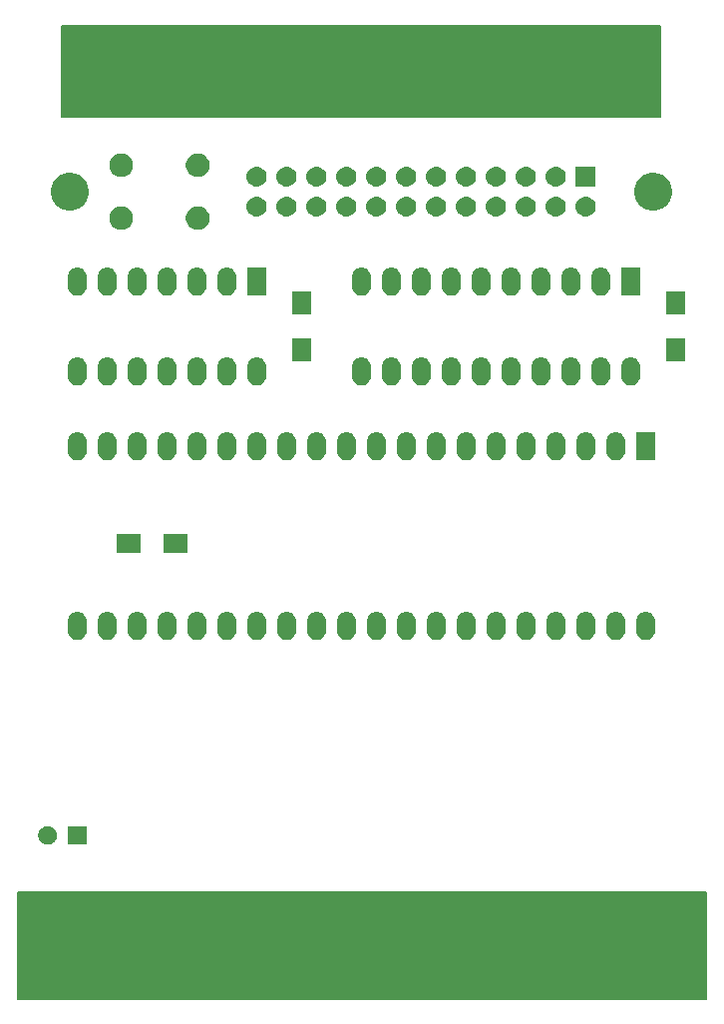
<source format=gts>
G04 #@! TF.GenerationSoftware,KiCad,Pcbnew,(5.0.1-3-g963ef8bb5)*
G04 #@! TF.CreationDate,2020-03-26T19:19:19+01:00*
G04 #@! TF.ProjectId,C64_ieee488_interface_6821,4336345F696565653438385F696E7465,1.0*
G04 #@! TF.SameCoordinates,Original*
G04 #@! TF.FileFunction,Soldermask,Top*
G04 #@! TF.FilePolarity,Negative*
%FSLAX46Y46*%
G04 Gerber Fmt 4.6, Leading zero omitted, Abs format (unit mm)*
G04 Created by KiCad (PCBNEW (5.0.1-3-g963ef8bb5)) date Donnerstag, 26. März 2020 um 19:19:19*
%MOMM*%
%LPD*%
G01*
G04 APERTURE LIST*
%ADD10C,0.150000*%
%ADD11C,0.100000*%
G04 APERTURE END LIST*
D10*
G04 #@! TO.C,J1*
G36*
X59760000Y-120410274D02*
X118180000Y-120410274D01*
X118180000Y-129427274D01*
X59760000Y-129427274D01*
X59760000Y-120410274D01*
G37*
X59760000Y-120410274D02*
X118180000Y-120410274D01*
X118180000Y-129427274D01*
X59760000Y-129427274D01*
X59760000Y-120410274D01*
G04 #@! TO.C,J2*
G36*
X63500000Y-46863000D02*
X63500000Y-54610000D01*
X114300000Y-54610000D01*
X114300000Y-46863000D01*
X63500000Y-46863000D01*
G37*
X63500000Y-46863000D02*
X63500000Y-54610000D01*
X114300000Y-54610000D01*
X114300000Y-46863000D01*
X63500000Y-46863000D01*
D11*
G36*
X65570000Y-116370000D02*
X63970000Y-116370000D01*
X63970000Y-114770000D01*
X65570000Y-114770000D01*
X65570000Y-116370000D01*
X65570000Y-116370000D01*
G37*
G36*
X62503352Y-114800743D02*
X62648941Y-114861048D01*
X62779973Y-114948601D01*
X62891399Y-115060027D01*
X62978952Y-115191059D01*
X63039257Y-115336648D01*
X63070000Y-115491205D01*
X63070000Y-115648795D01*
X63039257Y-115803352D01*
X62978952Y-115948941D01*
X62891399Y-116079973D01*
X62779973Y-116191399D01*
X62648941Y-116278952D01*
X62503352Y-116339257D01*
X62348795Y-116370000D01*
X62191205Y-116370000D01*
X62036648Y-116339257D01*
X61891059Y-116278952D01*
X61760027Y-116191399D01*
X61648601Y-116079973D01*
X61561048Y-115948941D01*
X61500743Y-115803352D01*
X61470000Y-115648795D01*
X61470000Y-115491205D01*
X61500743Y-115336648D01*
X61561048Y-115191059D01*
X61648601Y-115060027D01*
X61760027Y-114948601D01*
X61891059Y-114861048D01*
X62036648Y-114800743D01*
X62191205Y-114770000D01*
X62348795Y-114770000D01*
X62503352Y-114800743D01*
X62503352Y-114800743D01*
G37*
G36*
X70006827Y-96601576D02*
X70082228Y-96624449D01*
X70157629Y-96647321D01*
X70296608Y-96721608D01*
X70418422Y-96821578D01*
X70518392Y-96943392D01*
X70592679Y-97082371D01*
X70638424Y-97233174D01*
X70650000Y-97350705D01*
X70650000Y-98229295D01*
X70638424Y-98346826D01*
X70592679Y-98497629D01*
X70518392Y-98636608D01*
X70418425Y-98758419D01*
X70418423Y-98758420D01*
X70418422Y-98758422D01*
X70418418Y-98758425D01*
X70296604Y-98858394D01*
X70157628Y-98932679D01*
X70082226Y-98955552D01*
X70006826Y-98978424D01*
X69850000Y-98993870D01*
X69693173Y-98978424D01*
X69617773Y-98955552D01*
X69542371Y-98932679D01*
X69403392Y-98858392D01*
X69281581Y-98758425D01*
X69281580Y-98758423D01*
X69281578Y-98758422D01*
X69181607Y-98636605D01*
X69107322Y-98497629D01*
X69107321Y-98497628D01*
X69084448Y-98422226D01*
X69061576Y-98346826D01*
X69050000Y-98229292D01*
X69050000Y-97350707D01*
X69061577Y-97233173D01*
X69107322Y-97082372D01*
X69107322Y-97082371D01*
X69181609Y-96943392D01*
X69281579Y-96821578D01*
X69403393Y-96721608D01*
X69542372Y-96647321D01*
X69617773Y-96624449D01*
X69693174Y-96601576D01*
X69850000Y-96586130D01*
X70006827Y-96601576D01*
X70006827Y-96601576D01*
G37*
G36*
X72546827Y-96601576D02*
X72622228Y-96624449D01*
X72697629Y-96647321D01*
X72836608Y-96721608D01*
X72958422Y-96821578D01*
X73058392Y-96943392D01*
X73132679Y-97082371D01*
X73178424Y-97233174D01*
X73190000Y-97350705D01*
X73190000Y-98229295D01*
X73178424Y-98346826D01*
X73132679Y-98497629D01*
X73058392Y-98636608D01*
X72958425Y-98758419D01*
X72958423Y-98758420D01*
X72958422Y-98758422D01*
X72958418Y-98758425D01*
X72836604Y-98858394D01*
X72697628Y-98932679D01*
X72622226Y-98955552D01*
X72546826Y-98978424D01*
X72390000Y-98993870D01*
X72233173Y-98978424D01*
X72157773Y-98955552D01*
X72082371Y-98932679D01*
X71943392Y-98858392D01*
X71821581Y-98758425D01*
X71821580Y-98758423D01*
X71821578Y-98758422D01*
X71721607Y-98636605D01*
X71647322Y-98497629D01*
X71647321Y-98497628D01*
X71624448Y-98422226D01*
X71601576Y-98346826D01*
X71590000Y-98229292D01*
X71590000Y-97350707D01*
X71601577Y-97233173D01*
X71647322Y-97082372D01*
X71647322Y-97082371D01*
X71721609Y-96943392D01*
X71821579Y-96821578D01*
X71943393Y-96721608D01*
X72082372Y-96647321D01*
X72157773Y-96624449D01*
X72233174Y-96601576D01*
X72390000Y-96586130D01*
X72546827Y-96601576D01*
X72546827Y-96601576D01*
G37*
G36*
X75086827Y-96601576D02*
X75162228Y-96624449D01*
X75237629Y-96647321D01*
X75376608Y-96721608D01*
X75498422Y-96821578D01*
X75598392Y-96943392D01*
X75672679Y-97082371D01*
X75718424Y-97233174D01*
X75730000Y-97350705D01*
X75730000Y-98229295D01*
X75718424Y-98346826D01*
X75672679Y-98497629D01*
X75598392Y-98636608D01*
X75498425Y-98758419D01*
X75498423Y-98758420D01*
X75498422Y-98758422D01*
X75498418Y-98758425D01*
X75376604Y-98858394D01*
X75237628Y-98932679D01*
X75162226Y-98955552D01*
X75086826Y-98978424D01*
X74930000Y-98993870D01*
X74773173Y-98978424D01*
X74697773Y-98955552D01*
X74622371Y-98932679D01*
X74483392Y-98858392D01*
X74361581Y-98758425D01*
X74361580Y-98758423D01*
X74361578Y-98758422D01*
X74261607Y-98636605D01*
X74187322Y-98497629D01*
X74187321Y-98497628D01*
X74164448Y-98422226D01*
X74141576Y-98346826D01*
X74130000Y-98229292D01*
X74130000Y-97350707D01*
X74141577Y-97233173D01*
X74187322Y-97082372D01*
X74187322Y-97082371D01*
X74261609Y-96943392D01*
X74361579Y-96821578D01*
X74483393Y-96721608D01*
X74622372Y-96647321D01*
X74697773Y-96624449D01*
X74773174Y-96601576D01*
X74930000Y-96586130D01*
X75086827Y-96601576D01*
X75086827Y-96601576D01*
G37*
G36*
X77626827Y-96601576D02*
X77702228Y-96624449D01*
X77777629Y-96647321D01*
X77916608Y-96721608D01*
X78038422Y-96821578D01*
X78138392Y-96943392D01*
X78212679Y-97082371D01*
X78258424Y-97233174D01*
X78270000Y-97350705D01*
X78270000Y-98229295D01*
X78258424Y-98346826D01*
X78212679Y-98497629D01*
X78138392Y-98636608D01*
X78038425Y-98758419D01*
X78038423Y-98758420D01*
X78038422Y-98758422D01*
X78038418Y-98758425D01*
X77916604Y-98858394D01*
X77777628Y-98932679D01*
X77702226Y-98955552D01*
X77626826Y-98978424D01*
X77470000Y-98993870D01*
X77313173Y-98978424D01*
X77237773Y-98955552D01*
X77162371Y-98932679D01*
X77023392Y-98858392D01*
X76901581Y-98758425D01*
X76901580Y-98758423D01*
X76901578Y-98758422D01*
X76801607Y-98636605D01*
X76727322Y-98497629D01*
X76727321Y-98497628D01*
X76704448Y-98422226D01*
X76681576Y-98346826D01*
X76670000Y-98229292D01*
X76670000Y-97350707D01*
X76681577Y-97233173D01*
X76727322Y-97082372D01*
X76727322Y-97082371D01*
X76801609Y-96943392D01*
X76901579Y-96821578D01*
X77023393Y-96721608D01*
X77162372Y-96647321D01*
X77237773Y-96624449D01*
X77313174Y-96601576D01*
X77470000Y-96586130D01*
X77626827Y-96601576D01*
X77626827Y-96601576D01*
G37*
G36*
X80166827Y-96601576D02*
X80242228Y-96624449D01*
X80317629Y-96647321D01*
X80456608Y-96721608D01*
X80578422Y-96821578D01*
X80678392Y-96943392D01*
X80752679Y-97082371D01*
X80798424Y-97233174D01*
X80810000Y-97350705D01*
X80810000Y-98229295D01*
X80798424Y-98346826D01*
X80752679Y-98497629D01*
X80678392Y-98636608D01*
X80578425Y-98758419D01*
X80578423Y-98758420D01*
X80578422Y-98758422D01*
X80578418Y-98758425D01*
X80456604Y-98858394D01*
X80317628Y-98932679D01*
X80242226Y-98955552D01*
X80166826Y-98978424D01*
X80010000Y-98993870D01*
X79853173Y-98978424D01*
X79777773Y-98955552D01*
X79702371Y-98932679D01*
X79563392Y-98858392D01*
X79441581Y-98758425D01*
X79441580Y-98758423D01*
X79441578Y-98758422D01*
X79341607Y-98636605D01*
X79267322Y-98497629D01*
X79267321Y-98497628D01*
X79244448Y-98422226D01*
X79221576Y-98346826D01*
X79210000Y-98229292D01*
X79210000Y-97350707D01*
X79221577Y-97233173D01*
X79267322Y-97082372D01*
X79267322Y-97082371D01*
X79341609Y-96943392D01*
X79441579Y-96821578D01*
X79563393Y-96721608D01*
X79702372Y-96647321D01*
X79777773Y-96624449D01*
X79853174Y-96601576D01*
X80010000Y-96586130D01*
X80166827Y-96601576D01*
X80166827Y-96601576D01*
G37*
G36*
X82706827Y-96601576D02*
X82782228Y-96624449D01*
X82857629Y-96647321D01*
X82996608Y-96721608D01*
X83118422Y-96821578D01*
X83218392Y-96943392D01*
X83292679Y-97082371D01*
X83338424Y-97233174D01*
X83350000Y-97350705D01*
X83350000Y-98229295D01*
X83338424Y-98346826D01*
X83292679Y-98497629D01*
X83218392Y-98636608D01*
X83118425Y-98758419D01*
X83118423Y-98758420D01*
X83118422Y-98758422D01*
X83118418Y-98758425D01*
X82996604Y-98858394D01*
X82857628Y-98932679D01*
X82782226Y-98955552D01*
X82706826Y-98978424D01*
X82550000Y-98993870D01*
X82393173Y-98978424D01*
X82317773Y-98955552D01*
X82242371Y-98932679D01*
X82103392Y-98858392D01*
X81981581Y-98758425D01*
X81981580Y-98758423D01*
X81981578Y-98758422D01*
X81881607Y-98636605D01*
X81807322Y-98497629D01*
X81807321Y-98497628D01*
X81784448Y-98422226D01*
X81761576Y-98346826D01*
X81750000Y-98229292D01*
X81750000Y-97350707D01*
X81761577Y-97233173D01*
X81807322Y-97082372D01*
X81807322Y-97082371D01*
X81881609Y-96943392D01*
X81981579Y-96821578D01*
X82103393Y-96721608D01*
X82242372Y-96647321D01*
X82317773Y-96624449D01*
X82393174Y-96601576D01*
X82550000Y-96586130D01*
X82706827Y-96601576D01*
X82706827Y-96601576D01*
G37*
G36*
X85246827Y-96601576D02*
X85322228Y-96624449D01*
X85397629Y-96647321D01*
X85536608Y-96721608D01*
X85658422Y-96821578D01*
X85758392Y-96943392D01*
X85832679Y-97082371D01*
X85878424Y-97233174D01*
X85890000Y-97350705D01*
X85890000Y-98229295D01*
X85878424Y-98346826D01*
X85832679Y-98497629D01*
X85758392Y-98636608D01*
X85658425Y-98758419D01*
X85658423Y-98758420D01*
X85658422Y-98758422D01*
X85658418Y-98758425D01*
X85536604Y-98858394D01*
X85397628Y-98932679D01*
X85322226Y-98955552D01*
X85246826Y-98978424D01*
X85090000Y-98993870D01*
X84933173Y-98978424D01*
X84857773Y-98955552D01*
X84782371Y-98932679D01*
X84643392Y-98858392D01*
X84521581Y-98758425D01*
X84521580Y-98758423D01*
X84521578Y-98758422D01*
X84421607Y-98636605D01*
X84347322Y-98497629D01*
X84347321Y-98497628D01*
X84324448Y-98422226D01*
X84301576Y-98346826D01*
X84290000Y-98229292D01*
X84290000Y-97350707D01*
X84301577Y-97233173D01*
X84347322Y-97082372D01*
X84347322Y-97082371D01*
X84421609Y-96943392D01*
X84521579Y-96821578D01*
X84643393Y-96721608D01*
X84782372Y-96647321D01*
X84857773Y-96624449D01*
X84933174Y-96601576D01*
X85090000Y-96586130D01*
X85246827Y-96601576D01*
X85246827Y-96601576D01*
G37*
G36*
X87786827Y-96601576D02*
X87862228Y-96624449D01*
X87937629Y-96647321D01*
X88076608Y-96721608D01*
X88198422Y-96821578D01*
X88298392Y-96943392D01*
X88372679Y-97082371D01*
X88418424Y-97233174D01*
X88430000Y-97350705D01*
X88430000Y-98229295D01*
X88418424Y-98346826D01*
X88372679Y-98497629D01*
X88298392Y-98636608D01*
X88198425Y-98758419D01*
X88198423Y-98758420D01*
X88198422Y-98758422D01*
X88198418Y-98758425D01*
X88076604Y-98858394D01*
X87937628Y-98932679D01*
X87862226Y-98955552D01*
X87786826Y-98978424D01*
X87630000Y-98993870D01*
X87473173Y-98978424D01*
X87397773Y-98955552D01*
X87322371Y-98932679D01*
X87183392Y-98858392D01*
X87061581Y-98758425D01*
X87061580Y-98758423D01*
X87061578Y-98758422D01*
X86961607Y-98636605D01*
X86887322Y-98497629D01*
X86887321Y-98497628D01*
X86864448Y-98422226D01*
X86841576Y-98346826D01*
X86830000Y-98229292D01*
X86830000Y-97350707D01*
X86841577Y-97233173D01*
X86887322Y-97082372D01*
X86887322Y-97082371D01*
X86961609Y-96943392D01*
X87061579Y-96821578D01*
X87183393Y-96721608D01*
X87322372Y-96647321D01*
X87397773Y-96624449D01*
X87473174Y-96601576D01*
X87630000Y-96586130D01*
X87786827Y-96601576D01*
X87786827Y-96601576D01*
G37*
G36*
X90326827Y-96601576D02*
X90402228Y-96624449D01*
X90477629Y-96647321D01*
X90616608Y-96721608D01*
X90738422Y-96821578D01*
X90838392Y-96943392D01*
X90912679Y-97082371D01*
X90958424Y-97233174D01*
X90970000Y-97350705D01*
X90970000Y-98229295D01*
X90958424Y-98346826D01*
X90912679Y-98497629D01*
X90838392Y-98636608D01*
X90738425Y-98758419D01*
X90738423Y-98758420D01*
X90738422Y-98758422D01*
X90738418Y-98758425D01*
X90616604Y-98858394D01*
X90477628Y-98932679D01*
X90402226Y-98955552D01*
X90326826Y-98978424D01*
X90170000Y-98993870D01*
X90013173Y-98978424D01*
X89937773Y-98955552D01*
X89862371Y-98932679D01*
X89723392Y-98858392D01*
X89601581Y-98758425D01*
X89601580Y-98758423D01*
X89601578Y-98758422D01*
X89501607Y-98636605D01*
X89427322Y-98497629D01*
X89427321Y-98497628D01*
X89404448Y-98422226D01*
X89381576Y-98346826D01*
X89370000Y-98229292D01*
X89370000Y-97350707D01*
X89381577Y-97233173D01*
X89427322Y-97082372D01*
X89427322Y-97082371D01*
X89501609Y-96943392D01*
X89601579Y-96821578D01*
X89723393Y-96721608D01*
X89862372Y-96647321D01*
X89937773Y-96624449D01*
X90013174Y-96601576D01*
X90170000Y-96586130D01*
X90326827Y-96601576D01*
X90326827Y-96601576D01*
G37*
G36*
X92866827Y-96601576D02*
X92942228Y-96624449D01*
X93017629Y-96647321D01*
X93156608Y-96721608D01*
X93278422Y-96821578D01*
X93378392Y-96943392D01*
X93452679Y-97082371D01*
X93498424Y-97233174D01*
X93510000Y-97350705D01*
X93510000Y-98229295D01*
X93498424Y-98346826D01*
X93452679Y-98497629D01*
X93378392Y-98636608D01*
X93278425Y-98758419D01*
X93278423Y-98758420D01*
X93278422Y-98758422D01*
X93278418Y-98758425D01*
X93156604Y-98858394D01*
X93017628Y-98932679D01*
X92942226Y-98955552D01*
X92866826Y-98978424D01*
X92710000Y-98993870D01*
X92553173Y-98978424D01*
X92477773Y-98955552D01*
X92402371Y-98932679D01*
X92263392Y-98858392D01*
X92141581Y-98758425D01*
X92141580Y-98758423D01*
X92141578Y-98758422D01*
X92041607Y-98636605D01*
X91967322Y-98497629D01*
X91967321Y-98497628D01*
X91944448Y-98422226D01*
X91921576Y-98346826D01*
X91910000Y-98229292D01*
X91910000Y-97350707D01*
X91921577Y-97233173D01*
X91967322Y-97082372D01*
X91967322Y-97082371D01*
X92041609Y-96943392D01*
X92141579Y-96821578D01*
X92263393Y-96721608D01*
X92402372Y-96647321D01*
X92477773Y-96624449D01*
X92553174Y-96601576D01*
X92710000Y-96586130D01*
X92866827Y-96601576D01*
X92866827Y-96601576D01*
G37*
G36*
X95406827Y-96601576D02*
X95482228Y-96624449D01*
X95557629Y-96647321D01*
X95696608Y-96721608D01*
X95818422Y-96821578D01*
X95918392Y-96943392D01*
X95992679Y-97082371D01*
X96038424Y-97233174D01*
X96050000Y-97350705D01*
X96050000Y-98229295D01*
X96038424Y-98346826D01*
X95992679Y-98497629D01*
X95918392Y-98636608D01*
X95818425Y-98758419D01*
X95818423Y-98758420D01*
X95818422Y-98758422D01*
X95818418Y-98758425D01*
X95696604Y-98858394D01*
X95557628Y-98932679D01*
X95482226Y-98955552D01*
X95406826Y-98978424D01*
X95250000Y-98993870D01*
X95093173Y-98978424D01*
X95017773Y-98955552D01*
X94942371Y-98932679D01*
X94803392Y-98858392D01*
X94681581Y-98758425D01*
X94681580Y-98758423D01*
X94681578Y-98758422D01*
X94581607Y-98636605D01*
X94507322Y-98497629D01*
X94507321Y-98497628D01*
X94484448Y-98422226D01*
X94461576Y-98346826D01*
X94450000Y-98229292D01*
X94450000Y-97350707D01*
X94461577Y-97233173D01*
X94507322Y-97082372D01*
X94507322Y-97082371D01*
X94581609Y-96943392D01*
X94681579Y-96821578D01*
X94803393Y-96721608D01*
X94942372Y-96647321D01*
X95017773Y-96624449D01*
X95093174Y-96601576D01*
X95250000Y-96586130D01*
X95406827Y-96601576D01*
X95406827Y-96601576D01*
G37*
G36*
X97946827Y-96601576D02*
X98022228Y-96624449D01*
X98097629Y-96647321D01*
X98236608Y-96721608D01*
X98358422Y-96821578D01*
X98458392Y-96943392D01*
X98532679Y-97082371D01*
X98578424Y-97233174D01*
X98590000Y-97350705D01*
X98590000Y-98229295D01*
X98578424Y-98346826D01*
X98532679Y-98497629D01*
X98458392Y-98636608D01*
X98358425Y-98758419D01*
X98358423Y-98758420D01*
X98358422Y-98758422D01*
X98358418Y-98758425D01*
X98236604Y-98858394D01*
X98097628Y-98932679D01*
X98022226Y-98955552D01*
X97946826Y-98978424D01*
X97790000Y-98993870D01*
X97633173Y-98978424D01*
X97557773Y-98955552D01*
X97482371Y-98932679D01*
X97343392Y-98858392D01*
X97221581Y-98758425D01*
X97221580Y-98758423D01*
X97221578Y-98758422D01*
X97121607Y-98636605D01*
X97047322Y-98497629D01*
X97047321Y-98497628D01*
X97024448Y-98422226D01*
X97001576Y-98346826D01*
X96990000Y-98229292D01*
X96990000Y-97350707D01*
X97001577Y-97233173D01*
X97047322Y-97082372D01*
X97047322Y-97082371D01*
X97121609Y-96943392D01*
X97221579Y-96821578D01*
X97343393Y-96721608D01*
X97482372Y-96647321D01*
X97557773Y-96624449D01*
X97633174Y-96601576D01*
X97790000Y-96586130D01*
X97946827Y-96601576D01*
X97946827Y-96601576D01*
G37*
G36*
X100486827Y-96601576D02*
X100562228Y-96624449D01*
X100637629Y-96647321D01*
X100776608Y-96721608D01*
X100898422Y-96821578D01*
X100998392Y-96943392D01*
X101072679Y-97082371D01*
X101118424Y-97233174D01*
X101130000Y-97350705D01*
X101130000Y-98229295D01*
X101118424Y-98346826D01*
X101072679Y-98497629D01*
X100998392Y-98636608D01*
X100898425Y-98758419D01*
X100898423Y-98758420D01*
X100898422Y-98758422D01*
X100898418Y-98758425D01*
X100776604Y-98858394D01*
X100637628Y-98932679D01*
X100562226Y-98955552D01*
X100486826Y-98978424D01*
X100330000Y-98993870D01*
X100173173Y-98978424D01*
X100097773Y-98955552D01*
X100022371Y-98932679D01*
X99883392Y-98858392D01*
X99761581Y-98758425D01*
X99761580Y-98758423D01*
X99761578Y-98758422D01*
X99661607Y-98636605D01*
X99587322Y-98497629D01*
X99587321Y-98497628D01*
X99564448Y-98422226D01*
X99541576Y-98346826D01*
X99530000Y-98229292D01*
X99530000Y-97350707D01*
X99541577Y-97233173D01*
X99587322Y-97082372D01*
X99587322Y-97082371D01*
X99661609Y-96943392D01*
X99761579Y-96821578D01*
X99883393Y-96721608D01*
X100022372Y-96647321D01*
X100097773Y-96624449D01*
X100173174Y-96601576D01*
X100330000Y-96586130D01*
X100486827Y-96601576D01*
X100486827Y-96601576D01*
G37*
G36*
X103026827Y-96601576D02*
X103102228Y-96624449D01*
X103177629Y-96647321D01*
X103316608Y-96721608D01*
X103438422Y-96821578D01*
X103538392Y-96943392D01*
X103612679Y-97082371D01*
X103658424Y-97233174D01*
X103670000Y-97350705D01*
X103670000Y-98229295D01*
X103658424Y-98346826D01*
X103612679Y-98497629D01*
X103538392Y-98636608D01*
X103438425Y-98758419D01*
X103438423Y-98758420D01*
X103438422Y-98758422D01*
X103438418Y-98758425D01*
X103316604Y-98858394D01*
X103177628Y-98932679D01*
X103102226Y-98955552D01*
X103026826Y-98978424D01*
X102870000Y-98993870D01*
X102713173Y-98978424D01*
X102637773Y-98955552D01*
X102562371Y-98932679D01*
X102423392Y-98858392D01*
X102301581Y-98758425D01*
X102301580Y-98758423D01*
X102301578Y-98758422D01*
X102201607Y-98636605D01*
X102127322Y-98497629D01*
X102127321Y-98497628D01*
X102104448Y-98422226D01*
X102081576Y-98346826D01*
X102070000Y-98229292D01*
X102070000Y-97350707D01*
X102081577Y-97233173D01*
X102127322Y-97082372D01*
X102127322Y-97082371D01*
X102201609Y-96943392D01*
X102301579Y-96821578D01*
X102423393Y-96721608D01*
X102562372Y-96647321D01*
X102637773Y-96624449D01*
X102713174Y-96601576D01*
X102870000Y-96586130D01*
X103026827Y-96601576D01*
X103026827Y-96601576D01*
G37*
G36*
X105566827Y-96601576D02*
X105642228Y-96624449D01*
X105717629Y-96647321D01*
X105856608Y-96721608D01*
X105978422Y-96821578D01*
X106078392Y-96943392D01*
X106152679Y-97082371D01*
X106198424Y-97233174D01*
X106210000Y-97350705D01*
X106210000Y-98229295D01*
X106198424Y-98346826D01*
X106152679Y-98497629D01*
X106078392Y-98636608D01*
X105978425Y-98758419D01*
X105978423Y-98758420D01*
X105978422Y-98758422D01*
X105978418Y-98758425D01*
X105856604Y-98858394D01*
X105717628Y-98932679D01*
X105642226Y-98955552D01*
X105566826Y-98978424D01*
X105410000Y-98993870D01*
X105253173Y-98978424D01*
X105177773Y-98955552D01*
X105102371Y-98932679D01*
X104963392Y-98858392D01*
X104841581Y-98758425D01*
X104841580Y-98758423D01*
X104841578Y-98758422D01*
X104741607Y-98636605D01*
X104667322Y-98497629D01*
X104667321Y-98497628D01*
X104644448Y-98422226D01*
X104621576Y-98346826D01*
X104610000Y-98229292D01*
X104610000Y-97350707D01*
X104621577Y-97233173D01*
X104667322Y-97082372D01*
X104667322Y-97082371D01*
X104741609Y-96943392D01*
X104841579Y-96821578D01*
X104963393Y-96721608D01*
X105102372Y-96647321D01*
X105177773Y-96624449D01*
X105253174Y-96601576D01*
X105410000Y-96586130D01*
X105566827Y-96601576D01*
X105566827Y-96601576D01*
G37*
G36*
X108106827Y-96601576D02*
X108182228Y-96624449D01*
X108257629Y-96647321D01*
X108396608Y-96721608D01*
X108518422Y-96821578D01*
X108618392Y-96943392D01*
X108692679Y-97082371D01*
X108738424Y-97233174D01*
X108750000Y-97350705D01*
X108750000Y-98229295D01*
X108738424Y-98346826D01*
X108692679Y-98497629D01*
X108618392Y-98636608D01*
X108518425Y-98758419D01*
X108518423Y-98758420D01*
X108518422Y-98758422D01*
X108518418Y-98758425D01*
X108396604Y-98858394D01*
X108257628Y-98932679D01*
X108182226Y-98955552D01*
X108106826Y-98978424D01*
X107950000Y-98993870D01*
X107793173Y-98978424D01*
X107717773Y-98955552D01*
X107642371Y-98932679D01*
X107503392Y-98858392D01*
X107381581Y-98758425D01*
X107381580Y-98758423D01*
X107381578Y-98758422D01*
X107281607Y-98636605D01*
X107207322Y-98497629D01*
X107207321Y-98497628D01*
X107184448Y-98422226D01*
X107161576Y-98346826D01*
X107150000Y-98229292D01*
X107150000Y-97350707D01*
X107161577Y-97233173D01*
X107207322Y-97082372D01*
X107207322Y-97082371D01*
X107281609Y-96943392D01*
X107381579Y-96821578D01*
X107503393Y-96721608D01*
X107642372Y-96647321D01*
X107717773Y-96624449D01*
X107793174Y-96601576D01*
X107950000Y-96586130D01*
X108106827Y-96601576D01*
X108106827Y-96601576D01*
G37*
G36*
X110646827Y-96601576D02*
X110722228Y-96624449D01*
X110797629Y-96647321D01*
X110936608Y-96721608D01*
X111058422Y-96821578D01*
X111158392Y-96943392D01*
X111232679Y-97082371D01*
X111278424Y-97233174D01*
X111290000Y-97350705D01*
X111290000Y-98229295D01*
X111278424Y-98346826D01*
X111232679Y-98497629D01*
X111158392Y-98636608D01*
X111058425Y-98758419D01*
X111058423Y-98758420D01*
X111058422Y-98758422D01*
X111058418Y-98758425D01*
X110936604Y-98858394D01*
X110797628Y-98932679D01*
X110722226Y-98955552D01*
X110646826Y-98978424D01*
X110490000Y-98993870D01*
X110333173Y-98978424D01*
X110257773Y-98955552D01*
X110182371Y-98932679D01*
X110043392Y-98858392D01*
X109921581Y-98758425D01*
X109921580Y-98758423D01*
X109921578Y-98758422D01*
X109821607Y-98636605D01*
X109747322Y-98497629D01*
X109747321Y-98497628D01*
X109724448Y-98422226D01*
X109701576Y-98346826D01*
X109690000Y-98229292D01*
X109690000Y-97350707D01*
X109701577Y-97233173D01*
X109747322Y-97082372D01*
X109747322Y-97082371D01*
X109821609Y-96943392D01*
X109921579Y-96821578D01*
X110043393Y-96721608D01*
X110182372Y-96647321D01*
X110257773Y-96624449D01*
X110333174Y-96601576D01*
X110490000Y-96586130D01*
X110646827Y-96601576D01*
X110646827Y-96601576D01*
G37*
G36*
X113186827Y-96601576D02*
X113262228Y-96624449D01*
X113337629Y-96647321D01*
X113476608Y-96721608D01*
X113598422Y-96821578D01*
X113698392Y-96943392D01*
X113772679Y-97082371D01*
X113818424Y-97233174D01*
X113830000Y-97350705D01*
X113830000Y-98229295D01*
X113818424Y-98346826D01*
X113772679Y-98497629D01*
X113698392Y-98636608D01*
X113598425Y-98758419D01*
X113598423Y-98758420D01*
X113598422Y-98758422D01*
X113598418Y-98758425D01*
X113476604Y-98858394D01*
X113337628Y-98932679D01*
X113262226Y-98955552D01*
X113186826Y-98978424D01*
X113030000Y-98993870D01*
X112873173Y-98978424D01*
X112797773Y-98955552D01*
X112722371Y-98932679D01*
X112583392Y-98858392D01*
X112461581Y-98758425D01*
X112461580Y-98758423D01*
X112461578Y-98758422D01*
X112361607Y-98636605D01*
X112287322Y-98497629D01*
X112287321Y-98497628D01*
X112264448Y-98422226D01*
X112241576Y-98346826D01*
X112230000Y-98229292D01*
X112230000Y-97350707D01*
X112241577Y-97233173D01*
X112287322Y-97082372D01*
X112287322Y-97082371D01*
X112361609Y-96943392D01*
X112461579Y-96821578D01*
X112583393Y-96721608D01*
X112722372Y-96647321D01*
X112797773Y-96624449D01*
X112873174Y-96601576D01*
X113030000Y-96586130D01*
X113186827Y-96601576D01*
X113186827Y-96601576D01*
G37*
G36*
X64926827Y-96601576D02*
X65002228Y-96624449D01*
X65077629Y-96647321D01*
X65216608Y-96721608D01*
X65338422Y-96821578D01*
X65438392Y-96943392D01*
X65512679Y-97082371D01*
X65558424Y-97233174D01*
X65570000Y-97350705D01*
X65570000Y-98229295D01*
X65558424Y-98346826D01*
X65512679Y-98497629D01*
X65438392Y-98636608D01*
X65338425Y-98758419D01*
X65338423Y-98758420D01*
X65338422Y-98758422D01*
X65338418Y-98758425D01*
X65216604Y-98858394D01*
X65077628Y-98932679D01*
X65002226Y-98955552D01*
X64926826Y-98978424D01*
X64770000Y-98993870D01*
X64613173Y-98978424D01*
X64537773Y-98955552D01*
X64462371Y-98932679D01*
X64323392Y-98858392D01*
X64201581Y-98758425D01*
X64201580Y-98758423D01*
X64201578Y-98758422D01*
X64101607Y-98636605D01*
X64027322Y-98497629D01*
X64027321Y-98497628D01*
X64004448Y-98422226D01*
X63981576Y-98346826D01*
X63970000Y-98229292D01*
X63970000Y-97350707D01*
X63981577Y-97233173D01*
X64027322Y-97082372D01*
X64027322Y-97082371D01*
X64101609Y-96943392D01*
X64201579Y-96821578D01*
X64323393Y-96721608D01*
X64462372Y-96647321D01*
X64537773Y-96624449D01*
X64613174Y-96601576D01*
X64770000Y-96586130D01*
X64926827Y-96601576D01*
X64926827Y-96601576D01*
G37*
G36*
X67466827Y-96601576D02*
X67542228Y-96624449D01*
X67617629Y-96647321D01*
X67756608Y-96721608D01*
X67878422Y-96821578D01*
X67978392Y-96943392D01*
X68052679Y-97082371D01*
X68098424Y-97233174D01*
X68110000Y-97350705D01*
X68110000Y-98229295D01*
X68098424Y-98346826D01*
X68052679Y-98497629D01*
X67978392Y-98636608D01*
X67878425Y-98758419D01*
X67878423Y-98758420D01*
X67878422Y-98758422D01*
X67878418Y-98758425D01*
X67756604Y-98858394D01*
X67617628Y-98932679D01*
X67542226Y-98955552D01*
X67466826Y-98978424D01*
X67310000Y-98993870D01*
X67153173Y-98978424D01*
X67077773Y-98955552D01*
X67002371Y-98932679D01*
X66863392Y-98858392D01*
X66741581Y-98758425D01*
X66741580Y-98758423D01*
X66741578Y-98758422D01*
X66641607Y-98636605D01*
X66567322Y-98497629D01*
X66567321Y-98497628D01*
X66544448Y-98422226D01*
X66521576Y-98346826D01*
X66510000Y-98229292D01*
X66510000Y-97350707D01*
X66521577Y-97233173D01*
X66567322Y-97082372D01*
X66567322Y-97082371D01*
X66641609Y-96943392D01*
X66741579Y-96821578D01*
X66863393Y-96721608D01*
X67002372Y-96647321D01*
X67077773Y-96624449D01*
X67153174Y-96601576D01*
X67310000Y-96586130D01*
X67466827Y-96601576D01*
X67466827Y-96601576D01*
G37*
G36*
X70120000Y-91605000D02*
X68120000Y-91605000D01*
X68120000Y-90005000D01*
X70120000Y-90005000D01*
X70120000Y-91605000D01*
X70120000Y-91605000D01*
G37*
G36*
X74120000Y-91605000D02*
X72120000Y-91605000D01*
X72120000Y-90005000D01*
X74120000Y-90005000D01*
X74120000Y-91605000D01*
X74120000Y-91605000D01*
G37*
G36*
X70006827Y-81361576D02*
X70082228Y-81384449D01*
X70157629Y-81407321D01*
X70296608Y-81481608D01*
X70418422Y-81581578D01*
X70518392Y-81703392D01*
X70592679Y-81842371D01*
X70638424Y-81993174D01*
X70650000Y-82110705D01*
X70650000Y-82989295D01*
X70638424Y-83106826D01*
X70592679Y-83257629D01*
X70518392Y-83396608D01*
X70418425Y-83518419D01*
X70418423Y-83518420D01*
X70418422Y-83518422D01*
X70418418Y-83518425D01*
X70296604Y-83618394D01*
X70157628Y-83692679D01*
X70082226Y-83715552D01*
X70006826Y-83738424D01*
X69850000Y-83753870D01*
X69693173Y-83738424D01*
X69617773Y-83715552D01*
X69542371Y-83692679D01*
X69403392Y-83618392D01*
X69281581Y-83518425D01*
X69281580Y-83518423D01*
X69281578Y-83518422D01*
X69181607Y-83396605D01*
X69107322Y-83257629D01*
X69107321Y-83257628D01*
X69084449Y-83182227D01*
X69061576Y-83106826D01*
X69050000Y-82989292D01*
X69050000Y-82110707D01*
X69061577Y-81993173D01*
X69107322Y-81842372D01*
X69107322Y-81842371D01*
X69181609Y-81703392D01*
X69281579Y-81581578D01*
X69403393Y-81481608D01*
X69542372Y-81407321D01*
X69617773Y-81384449D01*
X69693174Y-81361576D01*
X69850000Y-81346130D01*
X70006827Y-81361576D01*
X70006827Y-81361576D01*
G37*
G36*
X90326827Y-81361576D02*
X90402228Y-81384449D01*
X90477629Y-81407321D01*
X90616608Y-81481608D01*
X90738422Y-81581578D01*
X90838392Y-81703392D01*
X90912679Y-81842371D01*
X90958424Y-81993174D01*
X90970000Y-82110705D01*
X90970000Y-82989295D01*
X90958424Y-83106826D01*
X90912679Y-83257629D01*
X90838392Y-83396608D01*
X90738425Y-83518419D01*
X90738423Y-83518420D01*
X90738422Y-83518422D01*
X90738418Y-83518425D01*
X90616604Y-83618394D01*
X90477628Y-83692679D01*
X90402226Y-83715552D01*
X90326826Y-83738424D01*
X90170000Y-83753870D01*
X90013173Y-83738424D01*
X89937773Y-83715552D01*
X89862371Y-83692679D01*
X89723392Y-83618392D01*
X89601581Y-83518425D01*
X89601580Y-83518423D01*
X89601578Y-83518422D01*
X89501607Y-83396605D01*
X89427322Y-83257629D01*
X89427321Y-83257628D01*
X89404449Y-83182227D01*
X89381576Y-83106826D01*
X89370000Y-82989292D01*
X89370000Y-82110707D01*
X89381577Y-81993173D01*
X89427322Y-81842372D01*
X89427322Y-81842371D01*
X89501609Y-81703392D01*
X89601579Y-81581578D01*
X89723393Y-81481608D01*
X89862372Y-81407321D01*
X89937773Y-81384449D01*
X90013174Y-81361576D01*
X90170000Y-81346130D01*
X90326827Y-81361576D01*
X90326827Y-81361576D01*
G37*
G36*
X64926827Y-81361576D02*
X65002228Y-81384449D01*
X65077629Y-81407321D01*
X65216608Y-81481608D01*
X65338422Y-81581578D01*
X65438392Y-81703392D01*
X65512679Y-81842371D01*
X65558424Y-81993174D01*
X65570000Y-82110705D01*
X65570000Y-82989295D01*
X65558424Y-83106826D01*
X65512679Y-83257629D01*
X65438392Y-83396608D01*
X65338425Y-83518419D01*
X65338423Y-83518420D01*
X65338422Y-83518422D01*
X65338418Y-83518425D01*
X65216604Y-83618394D01*
X65077628Y-83692679D01*
X65002226Y-83715552D01*
X64926826Y-83738424D01*
X64770000Y-83753870D01*
X64613173Y-83738424D01*
X64537773Y-83715552D01*
X64462371Y-83692679D01*
X64323392Y-83618392D01*
X64201581Y-83518425D01*
X64201580Y-83518423D01*
X64201578Y-83518422D01*
X64101607Y-83396605D01*
X64027322Y-83257629D01*
X64027321Y-83257628D01*
X64004449Y-83182227D01*
X63981576Y-83106826D01*
X63970000Y-82989292D01*
X63970000Y-82110707D01*
X63981577Y-81993173D01*
X64027322Y-81842372D01*
X64027322Y-81842371D01*
X64101609Y-81703392D01*
X64201579Y-81581578D01*
X64323393Y-81481608D01*
X64462372Y-81407321D01*
X64537773Y-81384449D01*
X64613174Y-81361576D01*
X64770000Y-81346130D01*
X64926827Y-81361576D01*
X64926827Y-81361576D01*
G37*
G36*
X67466827Y-81361576D02*
X67542228Y-81384449D01*
X67617629Y-81407321D01*
X67756608Y-81481608D01*
X67878422Y-81581578D01*
X67978392Y-81703392D01*
X68052679Y-81842371D01*
X68098424Y-81993174D01*
X68110000Y-82110705D01*
X68110000Y-82989295D01*
X68098424Y-83106826D01*
X68052679Y-83257629D01*
X67978392Y-83396608D01*
X67878425Y-83518419D01*
X67878423Y-83518420D01*
X67878422Y-83518422D01*
X67878418Y-83518425D01*
X67756604Y-83618394D01*
X67617628Y-83692679D01*
X67542226Y-83715552D01*
X67466826Y-83738424D01*
X67310000Y-83753870D01*
X67153173Y-83738424D01*
X67077773Y-83715552D01*
X67002371Y-83692679D01*
X66863392Y-83618392D01*
X66741581Y-83518425D01*
X66741580Y-83518423D01*
X66741578Y-83518422D01*
X66641607Y-83396605D01*
X66567322Y-83257629D01*
X66567321Y-83257628D01*
X66544449Y-83182227D01*
X66521576Y-83106826D01*
X66510000Y-82989292D01*
X66510000Y-82110707D01*
X66521577Y-81993173D01*
X66567322Y-81842372D01*
X66567322Y-81842371D01*
X66641609Y-81703392D01*
X66741579Y-81581578D01*
X66863393Y-81481608D01*
X67002372Y-81407321D01*
X67077773Y-81384449D01*
X67153174Y-81361576D01*
X67310000Y-81346130D01*
X67466827Y-81361576D01*
X67466827Y-81361576D01*
G37*
G36*
X72546827Y-81361576D02*
X72622228Y-81384449D01*
X72697629Y-81407321D01*
X72836608Y-81481608D01*
X72958422Y-81581578D01*
X73058392Y-81703392D01*
X73132679Y-81842371D01*
X73178424Y-81993174D01*
X73190000Y-82110705D01*
X73190000Y-82989295D01*
X73178424Y-83106826D01*
X73132679Y-83257629D01*
X73058392Y-83396608D01*
X72958425Y-83518419D01*
X72958423Y-83518420D01*
X72958422Y-83518422D01*
X72958418Y-83518425D01*
X72836604Y-83618394D01*
X72697628Y-83692679D01*
X72622226Y-83715552D01*
X72546826Y-83738424D01*
X72390000Y-83753870D01*
X72233173Y-83738424D01*
X72157773Y-83715552D01*
X72082371Y-83692679D01*
X71943392Y-83618392D01*
X71821581Y-83518425D01*
X71821580Y-83518423D01*
X71821578Y-83518422D01*
X71721607Y-83396605D01*
X71647322Y-83257629D01*
X71647321Y-83257628D01*
X71624449Y-83182227D01*
X71601576Y-83106826D01*
X71590000Y-82989292D01*
X71590000Y-82110707D01*
X71601577Y-81993173D01*
X71647322Y-81842372D01*
X71647322Y-81842371D01*
X71721609Y-81703392D01*
X71821579Y-81581578D01*
X71943393Y-81481608D01*
X72082372Y-81407321D01*
X72157773Y-81384449D01*
X72233174Y-81361576D01*
X72390000Y-81346130D01*
X72546827Y-81361576D01*
X72546827Y-81361576D01*
G37*
G36*
X75086827Y-81361576D02*
X75162228Y-81384449D01*
X75237629Y-81407321D01*
X75376608Y-81481608D01*
X75498422Y-81581578D01*
X75598392Y-81703392D01*
X75672679Y-81842371D01*
X75718424Y-81993174D01*
X75730000Y-82110705D01*
X75730000Y-82989295D01*
X75718424Y-83106826D01*
X75672679Y-83257629D01*
X75598392Y-83396608D01*
X75498425Y-83518419D01*
X75498423Y-83518420D01*
X75498422Y-83518422D01*
X75498418Y-83518425D01*
X75376604Y-83618394D01*
X75237628Y-83692679D01*
X75162226Y-83715552D01*
X75086826Y-83738424D01*
X74930000Y-83753870D01*
X74773173Y-83738424D01*
X74697773Y-83715552D01*
X74622371Y-83692679D01*
X74483392Y-83618392D01*
X74361581Y-83518425D01*
X74361580Y-83518423D01*
X74361578Y-83518422D01*
X74261607Y-83396605D01*
X74187322Y-83257629D01*
X74187321Y-83257628D01*
X74164449Y-83182227D01*
X74141576Y-83106826D01*
X74130000Y-82989292D01*
X74130000Y-82110707D01*
X74141577Y-81993173D01*
X74187322Y-81842372D01*
X74187322Y-81842371D01*
X74261609Y-81703392D01*
X74361579Y-81581578D01*
X74483393Y-81481608D01*
X74622372Y-81407321D01*
X74697773Y-81384449D01*
X74773174Y-81361576D01*
X74930000Y-81346130D01*
X75086827Y-81361576D01*
X75086827Y-81361576D01*
G37*
G36*
X77626827Y-81361576D02*
X77702228Y-81384449D01*
X77777629Y-81407321D01*
X77916608Y-81481608D01*
X78038422Y-81581578D01*
X78138392Y-81703392D01*
X78212679Y-81842371D01*
X78258424Y-81993174D01*
X78270000Y-82110705D01*
X78270000Y-82989295D01*
X78258424Y-83106826D01*
X78212679Y-83257629D01*
X78138392Y-83396608D01*
X78038425Y-83518419D01*
X78038423Y-83518420D01*
X78038422Y-83518422D01*
X78038418Y-83518425D01*
X77916604Y-83618394D01*
X77777628Y-83692679D01*
X77702226Y-83715552D01*
X77626826Y-83738424D01*
X77470000Y-83753870D01*
X77313173Y-83738424D01*
X77237773Y-83715552D01*
X77162371Y-83692679D01*
X77023392Y-83618392D01*
X76901581Y-83518425D01*
X76901580Y-83518423D01*
X76901578Y-83518422D01*
X76801607Y-83396605D01*
X76727322Y-83257629D01*
X76727321Y-83257628D01*
X76704449Y-83182227D01*
X76681576Y-83106826D01*
X76670000Y-82989292D01*
X76670000Y-82110707D01*
X76681577Y-81993173D01*
X76727322Y-81842372D01*
X76727322Y-81842371D01*
X76801609Y-81703392D01*
X76901579Y-81581578D01*
X77023393Y-81481608D01*
X77162372Y-81407321D01*
X77237773Y-81384449D01*
X77313174Y-81361576D01*
X77470000Y-81346130D01*
X77626827Y-81361576D01*
X77626827Y-81361576D01*
G37*
G36*
X80166827Y-81361576D02*
X80242228Y-81384449D01*
X80317629Y-81407321D01*
X80456608Y-81481608D01*
X80578422Y-81581578D01*
X80678392Y-81703392D01*
X80752679Y-81842371D01*
X80798424Y-81993174D01*
X80810000Y-82110705D01*
X80810000Y-82989295D01*
X80798424Y-83106826D01*
X80752679Y-83257629D01*
X80678392Y-83396608D01*
X80578425Y-83518419D01*
X80578423Y-83518420D01*
X80578422Y-83518422D01*
X80578418Y-83518425D01*
X80456604Y-83618394D01*
X80317628Y-83692679D01*
X80242226Y-83715552D01*
X80166826Y-83738424D01*
X80010000Y-83753870D01*
X79853173Y-83738424D01*
X79777773Y-83715552D01*
X79702371Y-83692679D01*
X79563392Y-83618392D01*
X79441581Y-83518425D01*
X79441580Y-83518423D01*
X79441578Y-83518422D01*
X79341607Y-83396605D01*
X79267322Y-83257629D01*
X79267321Y-83257628D01*
X79244449Y-83182227D01*
X79221576Y-83106826D01*
X79210000Y-82989292D01*
X79210000Y-82110707D01*
X79221577Y-81993173D01*
X79267322Y-81842372D01*
X79267322Y-81842371D01*
X79341609Y-81703392D01*
X79441579Y-81581578D01*
X79563393Y-81481608D01*
X79702372Y-81407321D01*
X79777773Y-81384449D01*
X79853174Y-81361576D01*
X80010000Y-81346130D01*
X80166827Y-81361576D01*
X80166827Y-81361576D01*
G37*
G36*
X82706827Y-81361576D02*
X82782228Y-81384449D01*
X82857629Y-81407321D01*
X82996608Y-81481608D01*
X83118422Y-81581578D01*
X83218392Y-81703392D01*
X83292679Y-81842371D01*
X83338424Y-81993174D01*
X83350000Y-82110705D01*
X83350000Y-82989295D01*
X83338424Y-83106826D01*
X83292679Y-83257629D01*
X83218392Y-83396608D01*
X83118425Y-83518419D01*
X83118423Y-83518420D01*
X83118422Y-83518422D01*
X83118418Y-83518425D01*
X82996604Y-83618394D01*
X82857628Y-83692679D01*
X82782226Y-83715552D01*
X82706826Y-83738424D01*
X82550000Y-83753870D01*
X82393173Y-83738424D01*
X82317773Y-83715552D01*
X82242371Y-83692679D01*
X82103392Y-83618392D01*
X81981581Y-83518425D01*
X81981580Y-83518423D01*
X81981578Y-83518422D01*
X81881607Y-83396605D01*
X81807322Y-83257629D01*
X81807321Y-83257628D01*
X81784449Y-83182227D01*
X81761576Y-83106826D01*
X81750000Y-82989292D01*
X81750000Y-82110707D01*
X81761577Y-81993173D01*
X81807322Y-81842372D01*
X81807322Y-81842371D01*
X81881609Y-81703392D01*
X81981579Y-81581578D01*
X82103393Y-81481608D01*
X82242372Y-81407321D01*
X82317773Y-81384449D01*
X82393174Y-81361576D01*
X82550000Y-81346130D01*
X82706827Y-81361576D01*
X82706827Y-81361576D01*
G37*
G36*
X87786827Y-81361576D02*
X87862228Y-81384449D01*
X87937629Y-81407321D01*
X88076608Y-81481608D01*
X88198422Y-81581578D01*
X88298392Y-81703392D01*
X88372679Y-81842371D01*
X88418424Y-81993174D01*
X88430000Y-82110705D01*
X88430000Y-82989295D01*
X88418424Y-83106826D01*
X88372679Y-83257629D01*
X88298392Y-83396608D01*
X88198425Y-83518419D01*
X88198423Y-83518420D01*
X88198422Y-83518422D01*
X88198418Y-83518425D01*
X88076604Y-83618394D01*
X87937628Y-83692679D01*
X87862226Y-83715552D01*
X87786826Y-83738424D01*
X87630000Y-83753870D01*
X87473173Y-83738424D01*
X87397773Y-83715552D01*
X87322371Y-83692679D01*
X87183392Y-83618392D01*
X87061581Y-83518425D01*
X87061580Y-83518423D01*
X87061578Y-83518422D01*
X86961607Y-83396605D01*
X86887322Y-83257629D01*
X86887321Y-83257628D01*
X86864449Y-83182227D01*
X86841576Y-83106826D01*
X86830000Y-82989292D01*
X86830000Y-82110707D01*
X86841577Y-81993173D01*
X86887322Y-81842372D01*
X86887322Y-81842371D01*
X86961609Y-81703392D01*
X87061579Y-81581578D01*
X87183393Y-81481608D01*
X87322372Y-81407321D01*
X87397773Y-81384449D01*
X87473174Y-81361576D01*
X87630000Y-81346130D01*
X87786827Y-81361576D01*
X87786827Y-81361576D01*
G37*
G36*
X85246827Y-81361576D02*
X85322228Y-81384449D01*
X85397629Y-81407321D01*
X85536608Y-81481608D01*
X85658422Y-81581578D01*
X85758392Y-81703392D01*
X85832679Y-81842371D01*
X85878424Y-81993174D01*
X85890000Y-82110705D01*
X85890000Y-82989295D01*
X85878424Y-83106826D01*
X85832679Y-83257629D01*
X85758392Y-83396608D01*
X85658425Y-83518419D01*
X85658423Y-83518420D01*
X85658422Y-83518422D01*
X85658418Y-83518425D01*
X85536604Y-83618394D01*
X85397628Y-83692679D01*
X85322226Y-83715552D01*
X85246826Y-83738424D01*
X85090000Y-83753870D01*
X84933173Y-83738424D01*
X84857773Y-83715552D01*
X84782371Y-83692679D01*
X84643392Y-83618392D01*
X84521581Y-83518425D01*
X84521580Y-83518423D01*
X84521578Y-83518422D01*
X84421607Y-83396605D01*
X84347322Y-83257629D01*
X84347321Y-83257628D01*
X84324449Y-83182227D01*
X84301576Y-83106826D01*
X84290000Y-82989292D01*
X84290000Y-82110707D01*
X84301577Y-81993173D01*
X84347322Y-81842372D01*
X84347322Y-81842371D01*
X84421609Y-81703392D01*
X84521579Y-81581578D01*
X84643393Y-81481608D01*
X84782372Y-81407321D01*
X84857773Y-81384449D01*
X84933174Y-81361576D01*
X85090000Y-81346130D01*
X85246827Y-81361576D01*
X85246827Y-81361576D01*
G37*
G36*
X110646827Y-81361576D02*
X110722228Y-81384449D01*
X110797629Y-81407321D01*
X110936608Y-81481608D01*
X111058422Y-81581578D01*
X111158392Y-81703392D01*
X111232679Y-81842371D01*
X111278424Y-81993174D01*
X111290000Y-82110705D01*
X111290000Y-82989295D01*
X111278424Y-83106826D01*
X111232679Y-83257629D01*
X111158392Y-83396608D01*
X111058425Y-83518419D01*
X111058423Y-83518420D01*
X111058422Y-83518422D01*
X111058418Y-83518425D01*
X110936604Y-83618394D01*
X110797628Y-83692679D01*
X110722226Y-83715552D01*
X110646826Y-83738424D01*
X110490000Y-83753870D01*
X110333173Y-83738424D01*
X110257773Y-83715552D01*
X110182371Y-83692679D01*
X110043392Y-83618392D01*
X109921581Y-83518425D01*
X109921580Y-83518423D01*
X109921578Y-83518422D01*
X109821607Y-83396605D01*
X109747322Y-83257629D01*
X109747321Y-83257628D01*
X109724448Y-83182226D01*
X109701576Y-83106826D01*
X109690000Y-82989292D01*
X109690000Y-82110707D01*
X109701577Y-81993173D01*
X109747322Y-81842372D01*
X109747322Y-81842371D01*
X109821609Y-81703392D01*
X109921579Y-81581578D01*
X110043393Y-81481608D01*
X110182372Y-81407321D01*
X110257773Y-81384449D01*
X110333174Y-81361576D01*
X110490000Y-81346130D01*
X110646827Y-81361576D01*
X110646827Y-81361576D01*
G37*
G36*
X108106827Y-81361576D02*
X108182228Y-81384449D01*
X108257629Y-81407321D01*
X108396608Y-81481608D01*
X108518422Y-81581578D01*
X108618392Y-81703392D01*
X108692679Y-81842371D01*
X108738424Y-81993174D01*
X108750000Y-82110705D01*
X108750000Y-82989295D01*
X108738424Y-83106826D01*
X108692679Y-83257629D01*
X108618392Y-83396608D01*
X108518425Y-83518419D01*
X108518423Y-83518420D01*
X108518422Y-83518422D01*
X108518418Y-83518425D01*
X108396604Y-83618394D01*
X108257628Y-83692679D01*
X108182226Y-83715552D01*
X108106826Y-83738424D01*
X107950000Y-83753870D01*
X107793173Y-83738424D01*
X107717773Y-83715552D01*
X107642371Y-83692679D01*
X107503392Y-83618392D01*
X107381581Y-83518425D01*
X107381580Y-83518423D01*
X107381578Y-83518422D01*
X107281607Y-83396605D01*
X107207322Y-83257629D01*
X107207321Y-83257628D01*
X107184448Y-83182226D01*
X107161576Y-83106826D01*
X107150000Y-82989292D01*
X107150000Y-82110707D01*
X107161577Y-81993173D01*
X107207322Y-81842372D01*
X107207322Y-81842371D01*
X107281609Y-81703392D01*
X107381579Y-81581578D01*
X107503393Y-81481608D01*
X107642372Y-81407321D01*
X107717773Y-81384449D01*
X107793174Y-81361576D01*
X107950000Y-81346130D01*
X108106827Y-81361576D01*
X108106827Y-81361576D01*
G37*
G36*
X105566827Y-81361576D02*
X105642228Y-81384449D01*
X105717629Y-81407321D01*
X105856608Y-81481608D01*
X105978422Y-81581578D01*
X106078392Y-81703392D01*
X106152679Y-81842371D01*
X106198424Y-81993174D01*
X106210000Y-82110705D01*
X106210000Y-82989295D01*
X106198424Y-83106826D01*
X106152679Y-83257629D01*
X106078392Y-83396608D01*
X105978425Y-83518419D01*
X105978423Y-83518420D01*
X105978422Y-83518422D01*
X105978418Y-83518425D01*
X105856604Y-83618394D01*
X105717628Y-83692679D01*
X105642226Y-83715552D01*
X105566826Y-83738424D01*
X105410000Y-83753870D01*
X105253173Y-83738424D01*
X105177773Y-83715552D01*
X105102371Y-83692679D01*
X104963392Y-83618392D01*
X104841581Y-83518425D01*
X104841580Y-83518423D01*
X104841578Y-83518422D01*
X104741607Y-83396605D01*
X104667322Y-83257629D01*
X104667321Y-83257628D01*
X104644448Y-83182226D01*
X104621576Y-83106826D01*
X104610000Y-82989292D01*
X104610000Y-82110707D01*
X104621577Y-81993173D01*
X104667322Y-81842372D01*
X104667322Y-81842371D01*
X104741609Y-81703392D01*
X104841579Y-81581578D01*
X104963393Y-81481608D01*
X105102372Y-81407321D01*
X105177773Y-81384449D01*
X105253174Y-81361576D01*
X105410000Y-81346130D01*
X105566827Y-81361576D01*
X105566827Y-81361576D01*
G37*
G36*
X103026827Y-81361576D02*
X103102228Y-81384449D01*
X103177629Y-81407321D01*
X103316608Y-81481608D01*
X103438422Y-81581578D01*
X103538392Y-81703392D01*
X103612679Y-81842371D01*
X103658424Y-81993174D01*
X103670000Y-82110705D01*
X103670000Y-82989295D01*
X103658424Y-83106826D01*
X103612679Y-83257629D01*
X103538392Y-83396608D01*
X103438425Y-83518419D01*
X103438423Y-83518420D01*
X103438422Y-83518422D01*
X103438418Y-83518425D01*
X103316604Y-83618394D01*
X103177628Y-83692679D01*
X103102226Y-83715552D01*
X103026826Y-83738424D01*
X102870000Y-83753870D01*
X102713173Y-83738424D01*
X102637773Y-83715552D01*
X102562371Y-83692679D01*
X102423392Y-83618392D01*
X102301581Y-83518425D01*
X102301580Y-83518423D01*
X102301578Y-83518422D01*
X102201607Y-83396605D01*
X102127322Y-83257629D01*
X102127321Y-83257628D01*
X102104448Y-83182226D01*
X102081576Y-83106826D01*
X102070000Y-82989292D01*
X102070000Y-82110707D01*
X102081577Y-81993173D01*
X102127322Y-81842372D01*
X102127322Y-81842371D01*
X102201609Y-81703392D01*
X102301579Y-81581578D01*
X102423393Y-81481608D01*
X102562372Y-81407321D01*
X102637773Y-81384449D01*
X102713174Y-81361576D01*
X102870000Y-81346130D01*
X103026827Y-81361576D01*
X103026827Y-81361576D01*
G37*
G36*
X95406827Y-81361576D02*
X95482228Y-81384449D01*
X95557629Y-81407321D01*
X95696608Y-81481608D01*
X95818422Y-81581578D01*
X95918392Y-81703392D01*
X95992679Y-81842371D01*
X96038424Y-81993174D01*
X96050000Y-82110705D01*
X96050000Y-82989295D01*
X96038424Y-83106826D01*
X95992679Y-83257629D01*
X95918392Y-83396608D01*
X95818425Y-83518419D01*
X95818423Y-83518420D01*
X95818422Y-83518422D01*
X95818418Y-83518425D01*
X95696604Y-83618394D01*
X95557628Y-83692679D01*
X95482226Y-83715552D01*
X95406826Y-83738424D01*
X95250000Y-83753870D01*
X95093173Y-83738424D01*
X95017773Y-83715552D01*
X94942371Y-83692679D01*
X94803392Y-83618392D01*
X94681581Y-83518425D01*
X94681580Y-83518423D01*
X94681578Y-83518422D01*
X94581607Y-83396605D01*
X94507322Y-83257629D01*
X94507321Y-83257628D01*
X94484448Y-83182226D01*
X94461576Y-83106826D01*
X94450000Y-82989292D01*
X94450000Y-82110707D01*
X94461577Y-81993173D01*
X94507322Y-81842372D01*
X94507322Y-81842371D01*
X94581609Y-81703392D01*
X94681579Y-81581578D01*
X94803393Y-81481608D01*
X94942372Y-81407321D01*
X95017773Y-81384449D01*
X95093174Y-81361576D01*
X95250000Y-81346130D01*
X95406827Y-81361576D01*
X95406827Y-81361576D01*
G37*
G36*
X100486827Y-81361576D02*
X100562228Y-81384449D01*
X100637629Y-81407321D01*
X100776608Y-81481608D01*
X100898422Y-81581578D01*
X100998392Y-81703392D01*
X101072679Y-81842371D01*
X101118424Y-81993174D01*
X101130000Y-82110705D01*
X101130000Y-82989295D01*
X101118424Y-83106826D01*
X101072679Y-83257629D01*
X100998392Y-83396608D01*
X100898425Y-83518419D01*
X100898423Y-83518420D01*
X100898422Y-83518422D01*
X100898418Y-83518425D01*
X100776604Y-83618394D01*
X100637628Y-83692679D01*
X100562226Y-83715552D01*
X100486826Y-83738424D01*
X100330000Y-83753870D01*
X100173173Y-83738424D01*
X100097773Y-83715552D01*
X100022371Y-83692679D01*
X99883392Y-83618392D01*
X99761581Y-83518425D01*
X99761580Y-83518423D01*
X99761578Y-83518422D01*
X99661607Y-83396605D01*
X99587322Y-83257629D01*
X99587321Y-83257628D01*
X99564448Y-83182226D01*
X99541576Y-83106826D01*
X99530000Y-82989292D01*
X99530000Y-82110707D01*
X99541577Y-81993173D01*
X99587322Y-81842372D01*
X99587322Y-81842371D01*
X99661609Y-81703392D01*
X99761579Y-81581578D01*
X99883393Y-81481608D01*
X100022372Y-81407321D01*
X100097773Y-81384449D01*
X100173174Y-81361576D01*
X100330000Y-81346130D01*
X100486827Y-81361576D01*
X100486827Y-81361576D01*
G37*
G36*
X97946827Y-81361576D02*
X98022228Y-81384449D01*
X98097629Y-81407321D01*
X98236608Y-81481608D01*
X98358422Y-81581578D01*
X98458392Y-81703392D01*
X98532679Y-81842371D01*
X98578424Y-81993174D01*
X98590000Y-82110705D01*
X98590000Y-82989295D01*
X98578424Y-83106826D01*
X98532679Y-83257629D01*
X98458392Y-83396608D01*
X98358425Y-83518419D01*
X98358423Y-83518420D01*
X98358422Y-83518422D01*
X98358418Y-83518425D01*
X98236604Y-83618394D01*
X98097628Y-83692679D01*
X98022226Y-83715552D01*
X97946826Y-83738424D01*
X97790000Y-83753870D01*
X97633173Y-83738424D01*
X97557773Y-83715552D01*
X97482371Y-83692679D01*
X97343392Y-83618392D01*
X97221581Y-83518425D01*
X97221580Y-83518423D01*
X97221578Y-83518422D01*
X97121607Y-83396605D01*
X97047322Y-83257629D01*
X97047321Y-83257628D01*
X97024448Y-83182226D01*
X97001576Y-83106826D01*
X96990000Y-82989292D01*
X96990000Y-82110707D01*
X97001577Y-81993173D01*
X97047322Y-81842372D01*
X97047322Y-81842371D01*
X97121609Y-81703392D01*
X97221579Y-81581578D01*
X97343393Y-81481608D01*
X97482372Y-81407321D01*
X97557773Y-81384449D01*
X97633174Y-81361576D01*
X97790000Y-81346130D01*
X97946827Y-81361576D01*
X97946827Y-81361576D01*
G37*
G36*
X92866827Y-81361576D02*
X92942228Y-81384449D01*
X93017629Y-81407321D01*
X93156608Y-81481608D01*
X93278422Y-81581578D01*
X93378392Y-81703392D01*
X93452679Y-81842371D01*
X93498424Y-81993174D01*
X93510000Y-82110705D01*
X93510000Y-82989295D01*
X93498424Y-83106826D01*
X93452679Y-83257629D01*
X93378392Y-83396608D01*
X93278425Y-83518419D01*
X93278423Y-83518420D01*
X93278422Y-83518422D01*
X93278418Y-83518425D01*
X93156604Y-83618394D01*
X93017628Y-83692679D01*
X92942226Y-83715552D01*
X92866826Y-83738424D01*
X92710000Y-83753870D01*
X92553173Y-83738424D01*
X92477773Y-83715552D01*
X92402371Y-83692679D01*
X92263392Y-83618392D01*
X92141581Y-83518425D01*
X92141580Y-83518423D01*
X92141578Y-83518422D01*
X92041607Y-83396605D01*
X91967322Y-83257629D01*
X91967321Y-83257628D01*
X91944449Y-83182227D01*
X91921576Y-83106826D01*
X91910000Y-82989292D01*
X91910000Y-82110707D01*
X91921577Y-81993173D01*
X91967322Y-81842372D01*
X91967322Y-81842371D01*
X92041609Y-81703392D01*
X92141579Y-81581578D01*
X92263393Y-81481608D01*
X92402372Y-81407321D01*
X92477773Y-81384449D01*
X92553174Y-81361576D01*
X92710000Y-81346130D01*
X92866827Y-81361576D01*
X92866827Y-81361576D01*
G37*
G36*
X113830000Y-83750000D02*
X112230000Y-83750000D01*
X112230000Y-81350000D01*
X113830000Y-81350000D01*
X113830000Y-83750000D01*
X113830000Y-83750000D01*
G37*
G36*
X77626827Y-75011576D02*
X77702227Y-75034448D01*
X77777629Y-75057321D01*
X77916608Y-75131608D01*
X78038422Y-75231578D01*
X78138392Y-75353392D01*
X78212679Y-75492371D01*
X78258424Y-75643174D01*
X78270000Y-75760705D01*
X78270000Y-76639295D01*
X78258424Y-76756826D01*
X78212679Y-76907629D01*
X78138392Y-77046608D01*
X78038425Y-77168419D01*
X78038423Y-77168420D01*
X78038422Y-77168422D01*
X78038418Y-77168425D01*
X77916604Y-77268394D01*
X77777628Y-77342679D01*
X77702227Y-77365551D01*
X77626826Y-77388424D01*
X77470000Y-77403870D01*
X77313173Y-77388424D01*
X77237772Y-77365551D01*
X77162371Y-77342679D01*
X77023392Y-77268392D01*
X76901581Y-77168425D01*
X76901580Y-77168423D01*
X76901578Y-77168422D01*
X76801607Y-77046605D01*
X76727322Y-76907629D01*
X76727321Y-76907628D01*
X76704448Y-76832226D01*
X76681576Y-76756826D01*
X76670000Y-76639292D01*
X76670000Y-75760707D01*
X76681577Y-75643173D01*
X76727322Y-75492372D01*
X76727322Y-75492371D01*
X76801609Y-75353392D01*
X76901579Y-75231578D01*
X77023393Y-75131608D01*
X77162372Y-75057321D01*
X77237773Y-75034449D01*
X77313174Y-75011576D01*
X77470000Y-74996130D01*
X77626827Y-75011576D01*
X77626827Y-75011576D01*
G37*
G36*
X64926827Y-75011576D02*
X65002227Y-75034448D01*
X65077629Y-75057321D01*
X65216608Y-75131608D01*
X65338422Y-75231578D01*
X65438392Y-75353392D01*
X65512679Y-75492371D01*
X65558424Y-75643174D01*
X65570000Y-75760705D01*
X65570000Y-76639295D01*
X65558424Y-76756826D01*
X65512679Y-76907629D01*
X65438392Y-77046608D01*
X65338425Y-77168419D01*
X65338423Y-77168420D01*
X65338422Y-77168422D01*
X65338418Y-77168425D01*
X65216604Y-77268394D01*
X65077628Y-77342679D01*
X65002227Y-77365551D01*
X64926826Y-77388424D01*
X64770000Y-77403870D01*
X64613173Y-77388424D01*
X64537772Y-77365551D01*
X64462371Y-77342679D01*
X64323392Y-77268392D01*
X64201581Y-77168425D01*
X64201580Y-77168423D01*
X64201578Y-77168422D01*
X64101607Y-77046605D01*
X64027322Y-76907629D01*
X64027321Y-76907628D01*
X64004448Y-76832226D01*
X63981576Y-76756826D01*
X63970000Y-76639292D01*
X63970000Y-75760707D01*
X63981577Y-75643173D01*
X64027322Y-75492372D01*
X64027322Y-75492371D01*
X64101609Y-75353392D01*
X64201579Y-75231578D01*
X64323393Y-75131608D01*
X64462372Y-75057321D01*
X64537773Y-75034449D01*
X64613174Y-75011576D01*
X64770000Y-74996130D01*
X64926827Y-75011576D01*
X64926827Y-75011576D01*
G37*
G36*
X67466827Y-75011576D02*
X67542227Y-75034448D01*
X67617629Y-75057321D01*
X67756608Y-75131608D01*
X67878422Y-75231578D01*
X67978392Y-75353392D01*
X68052679Y-75492371D01*
X68098424Y-75643174D01*
X68110000Y-75760705D01*
X68110000Y-76639295D01*
X68098424Y-76756826D01*
X68052679Y-76907629D01*
X67978392Y-77046608D01*
X67878425Y-77168419D01*
X67878423Y-77168420D01*
X67878422Y-77168422D01*
X67878418Y-77168425D01*
X67756604Y-77268394D01*
X67617628Y-77342679D01*
X67542227Y-77365551D01*
X67466826Y-77388424D01*
X67310000Y-77403870D01*
X67153173Y-77388424D01*
X67077772Y-77365551D01*
X67002371Y-77342679D01*
X66863392Y-77268392D01*
X66741581Y-77168425D01*
X66741580Y-77168423D01*
X66741578Y-77168422D01*
X66641607Y-77046605D01*
X66567322Y-76907629D01*
X66567321Y-76907628D01*
X66544448Y-76832226D01*
X66521576Y-76756826D01*
X66510000Y-76639292D01*
X66510000Y-75760707D01*
X66521577Y-75643173D01*
X66567322Y-75492372D01*
X66567322Y-75492371D01*
X66641609Y-75353392D01*
X66741579Y-75231578D01*
X66863393Y-75131608D01*
X67002372Y-75057321D01*
X67077773Y-75034449D01*
X67153174Y-75011576D01*
X67310000Y-74996130D01*
X67466827Y-75011576D01*
X67466827Y-75011576D01*
G37*
G36*
X70006827Y-75011576D02*
X70082227Y-75034448D01*
X70157629Y-75057321D01*
X70296608Y-75131608D01*
X70418422Y-75231578D01*
X70518392Y-75353392D01*
X70592679Y-75492371D01*
X70638424Y-75643174D01*
X70650000Y-75760705D01*
X70650000Y-76639295D01*
X70638424Y-76756826D01*
X70592679Y-76907629D01*
X70518392Y-77046608D01*
X70418425Y-77168419D01*
X70418423Y-77168420D01*
X70418422Y-77168422D01*
X70418418Y-77168425D01*
X70296604Y-77268394D01*
X70157628Y-77342679D01*
X70082227Y-77365551D01*
X70006826Y-77388424D01*
X69850000Y-77403870D01*
X69693173Y-77388424D01*
X69617772Y-77365551D01*
X69542371Y-77342679D01*
X69403392Y-77268392D01*
X69281581Y-77168425D01*
X69281580Y-77168423D01*
X69281578Y-77168422D01*
X69181607Y-77046605D01*
X69107322Y-76907629D01*
X69107321Y-76907628D01*
X69084448Y-76832226D01*
X69061576Y-76756826D01*
X69050000Y-76639292D01*
X69050000Y-75760707D01*
X69061577Y-75643173D01*
X69107322Y-75492372D01*
X69107322Y-75492371D01*
X69181609Y-75353392D01*
X69281579Y-75231578D01*
X69403393Y-75131608D01*
X69542372Y-75057321D01*
X69617773Y-75034449D01*
X69693174Y-75011576D01*
X69850000Y-74996130D01*
X70006827Y-75011576D01*
X70006827Y-75011576D01*
G37*
G36*
X72546827Y-75011576D02*
X72622227Y-75034448D01*
X72697629Y-75057321D01*
X72836608Y-75131608D01*
X72958422Y-75231578D01*
X73058392Y-75353392D01*
X73132679Y-75492371D01*
X73178424Y-75643174D01*
X73190000Y-75760705D01*
X73190000Y-76639295D01*
X73178424Y-76756826D01*
X73132679Y-76907629D01*
X73058392Y-77046608D01*
X72958425Y-77168419D01*
X72958423Y-77168420D01*
X72958422Y-77168422D01*
X72958418Y-77168425D01*
X72836604Y-77268394D01*
X72697628Y-77342679D01*
X72622227Y-77365551D01*
X72546826Y-77388424D01*
X72390000Y-77403870D01*
X72233173Y-77388424D01*
X72157772Y-77365551D01*
X72082371Y-77342679D01*
X71943392Y-77268392D01*
X71821581Y-77168425D01*
X71821580Y-77168423D01*
X71821578Y-77168422D01*
X71721607Y-77046605D01*
X71647322Y-76907629D01*
X71647321Y-76907628D01*
X71624448Y-76832226D01*
X71601576Y-76756826D01*
X71590000Y-76639292D01*
X71590000Y-75760707D01*
X71601577Y-75643173D01*
X71647322Y-75492372D01*
X71647322Y-75492371D01*
X71721609Y-75353392D01*
X71821579Y-75231578D01*
X71943393Y-75131608D01*
X72082372Y-75057321D01*
X72157773Y-75034449D01*
X72233174Y-75011576D01*
X72390000Y-74996130D01*
X72546827Y-75011576D01*
X72546827Y-75011576D01*
G37*
G36*
X111916827Y-75011576D02*
X111992227Y-75034448D01*
X112067629Y-75057321D01*
X112206608Y-75131608D01*
X112328422Y-75231578D01*
X112428392Y-75353392D01*
X112502679Y-75492371D01*
X112548424Y-75643174D01*
X112560000Y-75760705D01*
X112560000Y-76639295D01*
X112548424Y-76756826D01*
X112502679Y-76907629D01*
X112428392Y-77046608D01*
X112328425Y-77168419D01*
X112328423Y-77168420D01*
X112328422Y-77168422D01*
X112328418Y-77168425D01*
X112206604Y-77268394D01*
X112067628Y-77342679D01*
X111992227Y-77365551D01*
X111916826Y-77388424D01*
X111760000Y-77403870D01*
X111603173Y-77388424D01*
X111527772Y-77365551D01*
X111452371Y-77342679D01*
X111313392Y-77268392D01*
X111191581Y-77168425D01*
X111191580Y-77168423D01*
X111191578Y-77168422D01*
X111091607Y-77046605D01*
X111017322Y-76907629D01*
X111017321Y-76907628D01*
X110994448Y-76832226D01*
X110971576Y-76756826D01*
X110960000Y-76639292D01*
X110960000Y-75760707D01*
X110971577Y-75643173D01*
X111017322Y-75492372D01*
X111017322Y-75492371D01*
X111091609Y-75353392D01*
X111191579Y-75231578D01*
X111313393Y-75131608D01*
X111452372Y-75057321D01*
X111527773Y-75034449D01*
X111603174Y-75011576D01*
X111760000Y-74996130D01*
X111916827Y-75011576D01*
X111916827Y-75011576D01*
G37*
G36*
X75086827Y-75011576D02*
X75162227Y-75034448D01*
X75237629Y-75057321D01*
X75376608Y-75131608D01*
X75498422Y-75231578D01*
X75598392Y-75353392D01*
X75672679Y-75492371D01*
X75718424Y-75643174D01*
X75730000Y-75760705D01*
X75730000Y-76639295D01*
X75718424Y-76756826D01*
X75672679Y-76907629D01*
X75598392Y-77046608D01*
X75498425Y-77168419D01*
X75498423Y-77168420D01*
X75498422Y-77168422D01*
X75498418Y-77168425D01*
X75376604Y-77268394D01*
X75237628Y-77342679D01*
X75162227Y-77365551D01*
X75086826Y-77388424D01*
X74930000Y-77403870D01*
X74773173Y-77388424D01*
X74697772Y-77365551D01*
X74622371Y-77342679D01*
X74483392Y-77268392D01*
X74361581Y-77168425D01*
X74361580Y-77168423D01*
X74361578Y-77168422D01*
X74261607Y-77046605D01*
X74187322Y-76907629D01*
X74187321Y-76907628D01*
X74164448Y-76832226D01*
X74141576Y-76756826D01*
X74130000Y-76639292D01*
X74130000Y-75760707D01*
X74141577Y-75643173D01*
X74187322Y-75492372D01*
X74187322Y-75492371D01*
X74261609Y-75353392D01*
X74361579Y-75231578D01*
X74483393Y-75131608D01*
X74622372Y-75057321D01*
X74697773Y-75034449D01*
X74773174Y-75011576D01*
X74930000Y-74996130D01*
X75086827Y-75011576D01*
X75086827Y-75011576D01*
G37*
G36*
X106836827Y-75011576D02*
X106912227Y-75034448D01*
X106987629Y-75057321D01*
X107126608Y-75131608D01*
X107248422Y-75231578D01*
X107348392Y-75353392D01*
X107422679Y-75492371D01*
X107468424Y-75643174D01*
X107480000Y-75760705D01*
X107480000Y-76639295D01*
X107468424Y-76756826D01*
X107422679Y-76907629D01*
X107348392Y-77046608D01*
X107248425Y-77168419D01*
X107248423Y-77168420D01*
X107248422Y-77168422D01*
X107248418Y-77168425D01*
X107126604Y-77268394D01*
X106987628Y-77342679D01*
X106912227Y-77365551D01*
X106836826Y-77388424D01*
X106680000Y-77403870D01*
X106523173Y-77388424D01*
X106447772Y-77365551D01*
X106372371Y-77342679D01*
X106233392Y-77268392D01*
X106111581Y-77168425D01*
X106111580Y-77168423D01*
X106111578Y-77168422D01*
X106011607Y-77046605D01*
X105937322Y-76907629D01*
X105937321Y-76907628D01*
X105914448Y-76832226D01*
X105891576Y-76756826D01*
X105880000Y-76639292D01*
X105880000Y-75760707D01*
X105891577Y-75643173D01*
X105937322Y-75492372D01*
X105937322Y-75492371D01*
X106011609Y-75353392D01*
X106111579Y-75231578D01*
X106233393Y-75131608D01*
X106372372Y-75057321D01*
X106447773Y-75034449D01*
X106523174Y-75011576D01*
X106680000Y-74996130D01*
X106836827Y-75011576D01*
X106836827Y-75011576D01*
G37*
G36*
X104296827Y-75011576D02*
X104372227Y-75034448D01*
X104447629Y-75057321D01*
X104586608Y-75131608D01*
X104708422Y-75231578D01*
X104808392Y-75353392D01*
X104882679Y-75492371D01*
X104928424Y-75643174D01*
X104940000Y-75760705D01*
X104940000Y-76639295D01*
X104928424Y-76756826D01*
X104882679Y-76907629D01*
X104808392Y-77046608D01*
X104708425Y-77168419D01*
X104708423Y-77168420D01*
X104708422Y-77168422D01*
X104708418Y-77168425D01*
X104586604Y-77268394D01*
X104447628Y-77342679D01*
X104372227Y-77365551D01*
X104296826Y-77388424D01*
X104140000Y-77403870D01*
X103983173Y-77388424D01*
X103907772Y-77365551D01*
X103832371Y-77342679D01*
X103693392Y-77268392D01*
X103571581Y-77168425D01*
X103571580Y-77168423D01*
X103571578Y-77168422D01*
X103471607Y-77046605D01*
X103397322Y-76907629D01*
X103397321Y-76907628D01*
X103374448Y-76832226D01*
X103351576Y-76756826D01*
X103340000Y-76639292D01*
X103340000Y-75760707D01*
X103351577Y-75643173D01*
X103397322Y-75492372D01*
X103397322Y-75492371D01*
X103471609Y-75353392D01*
X103571579Y-75231578D01*
X103693393Y-75131608D01*
X103832372Y-75057321D01*
X103907773Y-75034449D01*
X103983174Y-75011576D01*
X104140000Y-74996130D01*
X104296827Y-75011576D01*
X104296827Y-75011576D01*
G37*
G36*
X80166827Y-75011576D02*
X80242227Y-75034448D01*
X80317629Y-75057321D01*
X80456608Y-75131608D01*
X80578422Y-75231578D01*
X80678392Y-75353392D01*
X80752679Y-75492371D01*
X80798424Y-75643174D01*
X80810000Y-75760705D01*
X80810000Y-76639295D01*
X80798424Y-76756826D01*
X80752679Y-76907629D01*
X80678392Y-77046608D01*
X80578425Y-77168419D01*
X80578423Y-77168420D01*
X80578422Y-77168422D01*
X80578418Y-77168425D01*
X80456604Y-77268394D01*
X80317628Y-77342679D01*
X80242227Y-77365551D01*
X80166826Y-77388424D01*
X80010000Y-77403870D01*
X79853173Y-77388424D01*
X79777772Y-77365551D01*
X79702371Y-77342679D01*
X79563392Y-77268392D01*
X79441581Y-77168425D01*
X79441580Y-77168423D01*
X79441578Y-77168422D01*
X79341607Y-77046605D01*
X79267322Y-76907629D01*
X79267321Y-76907628D01*
X79244448Y-76832226D01*
X79221576Y-76756826D01*
X79210000Y-76639292D01*
X79210000Y-75760707D01*
X79221577Y-75643173D01*
X79267322Y-75492372D01*
X79267322Y-75492371D01*
X79341609Y-75353392D01*
X79441579Y-75231578D01*
X79563393Y-75131608D01*
X79702372Y-75057321D01*
X79777773Y-75034449D01*
X79853174Y-75011576D01*
X80010000Y-74996130D01*
X80166827Y-75011576D01*
X80166827Y-75011576D01*
G37*
G36*
X89056827Y-75011576D02*
X89132227Y-75034448D01*
X89207629Y-75057321D01*
X89346608Y-75131608D01*
X89468422Y-75231578D01*
X89568392Y-75353392D01*
X89642679Y-75492371D01*
X89688424Y-75643174D01*
X89700000Y-75760705D01*
X89700000Y-76639295D01*
X89688424Y-76756826D01*
X89642679Y-76907629D01*
X89568392Y-77046608D01*
X89468425Y-77168419D01*
X89468423Y-77168420D01*
X89468422Y-77168422D01*
X89468418Y-77168425D01*
X89346604Y-77268394D01*
X89207628Y-77342679D01*
X89132227Y-77365551D01*
X89056826Y-77388424D01*
X88900000Y-77403870D01*
X88743173Y-77388424D01*
X88667772Y-77365551D01*
X88592371Y-77342679D01*
X88453392Y-77268392D01*
X88331581Y-77168425D01*
X88331580Y-77168423D01*
X88331578Y-77168422D01*
X88231607Y-77046605D01*
X88157322Y-76907629D01*
X88157321Y-76907628D01*
X88134448Y-76832226D01*
X88111576Y-76756826D01*
X88100000Y-76639292D01*
X88100000Y-75760707D01*
X88111577Y-75643173D01*
X88157322Y-75492372D01*
X88157322Y-75492371D01*
X88231609Y-75353392D01*
X88331579Y-75231578D01*
X88453393Y-75131608D01*
X88592372Y-75057321D01*
X88667773Y-75034449D01*
X88743174Y-75011576D01*
X88900000Y-74996130D01*
X89056827Y-75011576D01*
X89056827Y-75011576D01*
G37*
G36*
X109376827Y-75011576D02*
X109452227Y-75034448D01*
X109527629Y-75057321D01*
X109666608Y-75131608D01*
X109788422Y-75231578D01*
X109888392Y-75353392D01*
X109962679Y-75492371D01*
X110008424Y-75643174D01*
X110020000Y-75760705D01*
X110020000Y-76639295D01*
X110008424Y-76756826D01*
X109962679Y-76907629D01*
X109888392Y-77046608D01*
X109788425Y-77168419D01*
X109788423Y-77168420D01*
X109788422Y-77168422D01*
X109788418Y-77168425D01*
X109666604Y-77268394D01*
X109527628Y-77342679D01*
X109452227Y-77365551D01*
X109376826Y-77388424D01*
X109220000Y-77403870D01*
X109063173Y-77388424D01*
X108987772Y-77365551D01*
X108912371Y-77342679D01*
X108773392Y-77268392D01*
X108651581Y-77168425D01*
X108651580Y-77168423D01*
X108651578Y-77168422D01*
X108551607Y-77046605D01*
X108477322Y-76907629D01*
X108477321Y-76907628D01*
X108454448Y-76832226D01*
X108431576Y-76756826D01*
X108420000Y-76639292D01*
X108420000Y-75760707D01*
X108431577Y-75643173D01*
X108477322Y-75492372D01*
X108477322Y-75492371D01*
X108551609Y-75353392D01*
X108651579Y-75231578D01*
X108773393Y-75131608D01*
X108912372Y-75057321D01*
X108987773Y-75034449D01*
X109063174Y-75011576D01*
X109220000Y-74996130D01*
X109376827Y-75011576D01*
X109376827Y-75011576D01*
G37*
G36*
X91596827Y-75011576D02*
X91672227Y-75034448D01*
X91747629Y-75057321D01*
X91886608Y-75131608D01*
X92008422Y-75231578D01*
X92108392Y-75353392D01*
X92182679Y-75492371D01*
X92228424Y-75643174D01*
X92240000Y-75760705D01*
X92240000Y-76639295D01*
X92228424Y-76756826D01*
X92182679Y-76907629D01*
X92108392Y-77046608D01*
X92008425Y-77168419D01*
X92008423Y-77168420D01*
X92008422Y-77168422D01*
X92008418Y-77168425D01*
X91886604Y-77268394D01*
X91747628Y-77342679D01*
X91672227Y-77365551D01*
X91596826Y-77388424D01*
X91440000Y-77403870D01*
X91283173Y-77388424D01*
X91207772Y-77365551D01*
X91132371Y-77342679D01*
X90993392Y-77268392D01*
X90871581Y-77168425D01*
X90871580Y-77168423D01*
X90871578Y-77168422D01*
X90771607Y-77046605D01*
X90697322Y-76907629D01*
X90697321Y-76907628D01*
X90674448Y-76832226D01*
X90651576Y-76756826D01*
X90640000Y-76639292D01*
X90640000Y-75760707D01*
X90651577Y-75643173D01*
X90697322Y-75492372D01*
X90697322Y-75492371D01*
X90771609Y-75353392D01*
X90871579Y-75231578D01*
X90993393Y-75131608D01*
X91132372Y-75057321D01*
X91207773Y-75034449D01*
X91283174Y-75011576D01*
X91440000Y-74996130D01*
X91596827Y-75011576D01*
X91596827Y-75011576D01*
G37*
G36*
X94136827Y-75011576D02*
X94212227Y-75034448D01*
X94287629Y-75057321D01*
X94426608Y-75131608D01*
X94548422Y-75231578D01*
X94648392Y-75353392D01*
X94722679Y-75492371D01*
X94768424Y-75643174D01*
X94780000Y-75760705D01*
X94780000Y-76639295D01*
X94768424Y-76756826D01*
X94722679Y-76907629D01*
X94648392Y-77046608D01*
X94548425Y-77168419D01*
X94548423Y-77168420D01*
X94548422Y-77168422D01*
X94548418Y-77168425D01*
X94426604Y-77268394D01*
X94287628Y-77342679D01*
X94212227Y-77365551D01*
X94136826Y-77388424D01*
X93980000Y-77403870D01*
X93823173Y-77388424D01*
X93747772Y-77365551D01*
X93672371Y-77342679D01*
X93533392Y-77268392D01*
X93411581Y-77168425D01*
X93411580Y-77168423D01*
X93411578Y-77168422D01*
X93311607Y-77046605D01*
X93237322Y-76907629D01*
X93237321Y-76907628D01*
X93214448Y-76832226D01*
X93191576Y-76756826D01*
X93180000Y-76639292D01*
X93180000Y-75760707D01*
X93191577Y-75643173D01*
X93237322Y-75492372D01*
X93237322Y-75492371D01*
X93311609Y-75353392D01*
X93411579Y-75231578D01*
X93533393Y-75131608D01*
X93672372Y-75057321D01*
X93747773Y-75034449D01*
X93823174Y-75011576D01*
X93980000Y-74996130D01*
X94136827Y-75011576D01*
X94136827Y-75011576D01*
G37*
G36*
X96676827Y-75011576D02*
X96752227Y-75034448D01*
X96827629Y-75057321D01*
X96966608Y-75131608D01*
X97088422Y-75231578D01*
X97188392Y-75353392D01*
X97262679Y-75492371D01*
X97308424Y-75643174D01*
X97320000Y-75760705D01*
X97320000Y-76639295D01*
X97308424Y-76756826D01*
X97262679Y-76907629D01*
X97188392Y-77046608D01*
X97088425Y-77168419D01*
X97088423Y-77168420D01*
X97088422Y-77168422D01*
X97088418Y-77168425D01*
X96966604Y-77268394D01*
X96827628Y-77342679D01*
X96752227Y-77365551D01*
X96676826Y-77388424D01*
X96520000Y-77403870D01*
X96363173Y-77388424D01*
X96287772Y-77365551D01*
X96212371Y-77342679D01*
X96073392Y-77268392D01*
X95951581Y-77168425D01*
X95951580Y-77168423D01*
X95951578Y-77168422D01*
X95851607Y-77046605D01*
X95777322Y-76907629D01*
X95777321Y-76907628D01*
X95754448Y-76832226D01*
X95731576Y-76756826D01*
X95720000Y-76639292D01*
X95720000Y-75760707D01*
X95731577Y-75643173D01*
X95777322Y-75492372D01*
X95777322Y-75492371D01*
X95851609Y-75353392D01*
X95951579Y-75231578D01*
X96073393Y-75131608D01*
X96212372Y-75057321D01*
X96287773Y-75034449D01*
X96363174Y-75011576D01*
X96520000Y-74996130D01*
X96676827Y-75011576D01*
X96676827Y-75011576D01*
G37*
G36*
X101756827Y-75011576D02*
X101832227Y-75034448D01*
X101907629Y-75057321D01*
X102046608Y-75131608D01*
X102168422Y-75231578D01*
X102268392Y-75353392D01*
X102342679Y-75492371D01*
X102388424Y-75643174D01*
X102400000Y-75760705D01*
X102400000Y-76639295D01*
X102388424Y-76756826D01*
X102342679Y-76907629D01*
X102268392Y-77046608D01*
X102168425Y-77168419D01*
X102168423Y-77168420D01*
X102168422Y-77168422D01*
X102168418Y-77168425D01*
X102046604Y-77268394D01*
X101907628Y-77342679D01*
X101832227Y-77365551D01*
X101756826Y-77388424D01*
X101600000Y-77403870D01*
X101443173Y-77388424D01*
X101367772Y-77365551D01*
X101292371Y-77342679D01*
X101153392Y-77268392D01*
X101031581Y-77168425D01*
X101031580Y-77168423D01*
X101031578Y-77168422D01*
X100931607Y-77046605D01*
X100857322Y-76907629D01*
X100857321Y-76907628D01*
X100834448Y-76832226D01*
X100811576Y-76756826D01*
X100800000Y-76639292D01*
X100800000Y-75760707D01*
X100811577Y-75643173D01*
X100857322Y-75492372D01*
X100857322Y-75492371D01*
X100931609Y-75353392D01*
X101031579Y-75231578D01*
X101153393Y-75131608D01*
X101292372Y-75057321D01*
X101367773Y-75034449D01*
X101443174Y-75011576D01*
X101600000Y-74996130D01*
X101756827Y-75011576D01*
X101756827Y-75011576D01*
G37*
G36*
X99216827Y-75011576D02*
X99292227Y-75034448D01*
X99367629Y-75057321D01*
X99506608Y-75131608D01*
X99628422Y-75231578D01*
X99728392Y-75353392D01*
X99802679Y-75492371D01*
X99848424Y-75643174D01*
X99860000Y-75760705D01*
X99860000Y-76639295D01*
X99848424Y-76756826D01*
X99802679Y-76907629D01*
X99728392Y-77046608D01*
X99628425Y-77168419D01*
X99628423Y-77168420D01*
X99628422Y-77168422D01*
X99628418Y-77168425D01*
X99506604Y-77268394D01*
X99367628Y-77342679D01*
X99292227Y-77365551D01*
X99216826Y-77388424D01*
X99060000Y-77403870D01*
X98903173Y-77388424D01*
X98827772Y-77365551D01*
X98752371Y-77342679D01*
X98613392Y-77268392D01*
X98491581Y-77168425D01*
X98491580Y-77168423D01*
X98491578Y-77168422D01*
X98391607Y-77046605D01*
X98317322Y-76907629D01*
X98317321Y-76907628D01*
X98294448Y-76832226D01*
X98271576Y-76756826D01*
X98260000Y-76639292D01*
X98260000Y-75760707D01*
X98271577Y-75643173D01*
X98317322Y-75492372D01*
X98317322Y-75492371D01*
X98391609Y-75353392D01*
X98491579Y-75231578D01*
X98613393Y-75131608D01*
X98752372Y-75057321D01*
X98827773Y-75034449D01*
X98903174Y-75011576D01*
X99060000Y-74996130D01*
X99216827Y-75011576D01*
X99216827Y-75011576D01*
G37*
G36*
X84620000Y-75390000D02*
X83020000Y-75390000D01*
X83020000Y-73390000D01*
X84620000Y-73390000D01*
X84620000Y-75390000D01*
X84620000Y-75390000D01*
G37*
G36*
X116370000Y-75390000D02*
X114770000Y-75390000D01*
X114770000Y-73390000D01*
X116370000Y-73390000D01*
X116370000Y-75390000D01*
X116370000Y-75390000D01*
G37*
G36*
X116370000Y-71390000D02*
X114770000Y-71390000D01*
X114770000Y-69390000D01*
X116370000Y-69390000D01*
X116370000Y-71390000D01*
X116370000Y-71390000D01*
G37*
G36*
X84620000Y-71390000D02*
X83020000Y-71390000D01*
X83020000Y-69390000D01*
X84620000Y-69390000D01*
X84620000Y-71390000D01*
X84620000Y-71390000D01*
G37*
G36*
X70006827Y-67391576D02*
X70082228Y-67414449D01*
X70157629Y-67437321D01*
X70296608Y-67511608D01*
X70418422Y-67611578D01*
X70518392Y-67733392D01*
X70592679Y-67872371D01*
X70638424Y-68023174D01*
X70650000Y-68140705D01*
X70650000Y-69019295D01*
X70638424Y-69136826D01*
X70592679Y-69287629D01*
X70518392Y-69426608D01*
X70418425Y-69548419D01*
X70418423Y-69548420D01*
X70418422Y-69548422D01*
X70418418Y-69548425D01*
X70296604Y-69648394D01*
X70157628Y-69722679D01*
X70082226Y-69745552D01*
X70006826Y-69768424D01*
X69850000Y-69783870D01*
X69693173Y-69768424D01*
X69617773Y-69745552D01*
X69542371Y-69722679D01*
X69403392Y-69648392D01*
X69281581Y-69548425D01*
X69281580Y-69548423D01*
X69281578Y-69548422D01*
X69181607Y-69426605D01*
X69107322Y-69287629D01*
X69107321Y-69287628D01*
X69084448Y-69212226D01*
X69061576Y-69136826D01*
X69050000Y-69019292D01*
X69050000Y-68140707D01*
X69061577Y-68023173D01*
X69107322Y-67872372D01*
X69107322Y-67872371D01*
X69181609Y-67733392D01*
X69281579Y-67611578D01*
X69403393Y-67511608D01*
X69542372Y-67437321D01*
X69617774Y-67414448D01*
X69693174Y-67391576D01*
X69850000Y-67376130D01*
X70006827Y-67391576D01*
X70006827Y-67391576D01*
G37*
G36*
X72546827Y-67391576D02*
X72622228Y-67414449D01*
X72697629Y-67437321D01*
X72836608Y-67511608D01*
X72958422Y-67611578D01*
X73058392Y-67733392D01*
X73132679Y-67872371D01*
X73178424Y-68023174D01*
X73190000Y-68140705D01*
X73190000Y-69019295D01*
X73178424Y-69136826D01*
X73132679Y-69287629D01*
X73058392Y-69426608D01*
X72958425Y-69548419D01*
X72958423Y-69548420D01*
X72958422Y-69548422D01*
X72958418Y-69548425D01*
X72836604Y-69648394D01*
X72697628Y-69722679D01*
X72622226Y-69745552D01*
X72546826Y-69768424D01*
X72390000Y-69783870D01*
X72233173Y-69768424D01*
X72157773Y-69745552D01*
X72082371Y-69722679D01*
X71943392Y-69648392D01*
X71821581Y-69548425D01*
X71821580Y-69548423D01*
X71821578Y-69548422D01*
X71721607Y-69426605D01*
X71647322Y-69287629D01*
X71647321Y-69287628D01*
X71624448Y-69212226D01*
X71601576Y-69136826D01*
X71590000Y-69019292D01*
X71590000Y-68140707D01*
X71601577Y-68023173D01*
X71647322Y-67872372D01*
X71647322Y-67872371D01*
X71721609Y-67733392D01*
X71821579Y-67611578D01*
X71943393Y-67511608D01*
X72082372Y-67437321D01*
X72157774Y-67414448D01*
X72233174Y-67391576D01*
X72390000Y-67376130D01*
X72546827Y-67391576D01*
X72546827Y-67391576D01*
G37*
G36*
X75086827Y-67391576D02*
X75162228Y-67414449D01*
X75237629Y-67437321D01*
X75376608Y-67511608D01*
X75498422Y-67611578D01*
X75598392Y-67733392D01*
X75672679Y-67872371D01*
X75718424Y-68023174D01*
X75730000Y-68140705D01*
X75730000Y-69019295D01*
X75718424Y-69136826D01*
X75672679Y-69287629D01*
X75598392Y-69426608D01*
X75498425Y-69548419D01*
X75498423Y-69548420D01*
X75498422Y-69548422D01*
X75498418Y-69548425D01*
X75376604Y-69648394D01*
X75237628Y-69722679D01*
X75162226Y-69745552D01*
X75086826Y-69768424D01*
X74930000Y-69783870D01*
X74773173Y-69768424D01*
X74697773Y-69745552D01*
X74622371Y-69722679D01*
X74483392Y-69648392D01*
X74361581Y-69548425D01*
X74361580Y-69548423D01*
X74361578Y-69548422D01*
X74261607Y-69426605D01*
X74187322Y-69287629D01*
X74187321Y-69287628D01*
X74164448Y-69212226D01*
X74141576Y-69136826D01*
X74130000Y-69019292D01*
X74130000Y-68140707D01*
X74141577Y-68023173D01*
X74187322Y-67872372D01*
X74187322Y-67872371D01*
X74261609Y-67733392D01*
X74361579Y-67611578D01*
X74483393Y-67511608D01*
X74622372Y-67437321D01*
X74697774Y-67414448D01*
X74773174Y-67391576D01*
X74930000Y-67376130D01*
X75086827Y-67391576D01*
X75086827Y-67391576D01*
G37*
G36*
X77626827Y-67391576D02*
X77702228Y-67414449D01*
X77777629Y-67437321D01*
X77916608Y-67511608D01*
X78038422Y-67611578D01*
X78138392Y-67733392D01*
X78212679Y-67872371D01*
X78258424Y-68023174D01*
X78270000Y-68140705D01*
X78270000Y-69019295D01*
X78258424Y-69136826D01*
X78212679Y-69287629D01*
X78138392Y-69426608D01*
X78038425Y-69548419D01*
X78038423Y-69548420D01*
X78038422Y-69548422D01*
X78038418Y-69548425D01*
X77916604Y-69648394D01*
X77777628Y-69722679D01*
X77702226Y-69745552D01*
X77626826Y-69768424D01*
X77470000Y-69783870D01*
X77313173Y-69768424D01*
X77237773Y-69745552D01*
X77162371Y-69722679D01*
X77023392Y-69648392D01*
X76901581Y-69548425D01*
X76901580Y-69548423D01*
X76901578Y-69548422D01*
X76801607Y-69426605D01*
X76727322Y-69287629D01*
X76727321Y-69287628D01*
X76704448Y-69212226D01*
X76681576Y-69136826D01*
X76670000Y-69019292D01*
X76670000Y-68140707D01*
X76681577Y-68023173D01*
X76727322Y-67872372D01*
X76727322Y-67872371D01*
X76801609Y-67733392D01*
X76901579Y-67611578D01*
X77023393Y-67511608D01*
X77162372Y-67437321D01*
X77237774Y-67414448D01*
X77313174Y-67391576D01*
X77470000Y-67376130D01*
X77626827Y-67391576D01*
X77626827Y-67391576D01*
G37*
G36*
X96676827Y-67391576D02*
X96752228Y-67414449D01*
X96827629Y-67437321D01*
X96966608Y-67511608D01*
X97088422Y-67611578D01*
X97188392Y-67733392D01*
X97262679Y-67872371D01*
X97308424Y-68023174D01*
X97320000Y-68140705D01*
X97320000Y-69019295D01*
X97308424Y-69136826D01*
X97262679Y-69287629D01*
X97188392Y-69426608D01*
X97088425Y-69548419D01*
X97088423Y-69548420D01*
X97088422Y-69548422D01*
X97088418Y-69548425D01*
X96966604Y-69648394D01*
X96827628Y-69722679D01*
X96752226Y-69745552D01*
X96676826Y-69768424D01*
X96520000Y-69783870D01*
X96363173Y-69768424D01*
X96287773Y-69745552D01*
X96212371Y-69722679D01*
X96073392Y-69648392D01*
X95951581Y-69548425D01*
X95951580Y-69548423D01*
X95951578Y-69548422D01*
X95851607Y-69426605D01*
X95777322Y-69287629D01*
X95777321Y-69287628D01*
X95754448Y-69212226D01*
X95731576Y-69136826D01*
X95720000Y-69019292D01*
X95720000Y-68140707D01*
X95731577Y-68023173D01*
X95777322Y-67872372D01*
X95777322Y-67872371D01*
X95851609Y-67733392D01*
X95951579Y-67611578D01*
X96073393Y-67511608D01*
X96212372Y-67437321D01*
X96287774Y-67414448D01*
X96363174Y-67391576D01*
X96520000Y-67376130D01*
X96676827Y-67391576D01*
X96676827Y-67391576D01*
G37*
G36*
X67466827Y-67391576D02*
X67542228Y-67414449D01*
X67617629Y-67437321D01*
X67756608Y-67511608D01*
X67878422Y-67611578D01*
X67978392Y-67733392D01*
X68052679Y-67872371D01*
X68098424Y-68023174D01*
X68110000Y-68140705D01*
X68110000Y-69019295D01*
X68098424Y-69136826D01*
X68052679Y-69287629D01*
X67978392Y-69426608D01*
X67878425Y-69548419D01*
X67878423Y-69548420D01*
X67878422Y-69548422D01*
X67878418Y-69548425D01*
X67756604Y-69648394D01*
X67617628Y-69722679D01*
X67542226Y-69745552D01*
X67466826Y-69768424D01*
X67310000Y-69783870D01*
X67153173Y-69768424D01*
X67077773Y-69745552D01*
X67002371Y-69722679D01*
X66863392Y-69648392D01*
X66741581Y-69548425D01*
X66741580Y-69548423D01*
X66741578Y-69548422D01*
X66641607Y-69426605D01*
X66567322Y-69287629D01*
X66567321Y-69287628D01*
X66544448Y-69212226D01*
X66521576Y-69136826D01*
X66510000Y-69019292D01*
X66510000Y-68140707D01*
X66521577Y-68023173D01*
X66567322Y-67872372D01*
X66567322Y-67872371D01*
X66641609Y-67733392D01*
X66741579Y-67611578D01*
X66863393Y-67511608D01*
X67002372Y-67437321D01*
X67077774Y-67414448D01*
X67153174Y-67391576D01*
X67310000Y-67376130D01*
X67466827Y-67391576D01*
X67466827Y-67391576D01*
G37*
G36*
X64926827Y-67391576D02*
X65002228Y-67414449D01*
X65077629Y-67437321D01*
X65216608Y-67511608D01*
X65338422Y-67611578D01*
X65438392Y-67733392D01*
X65512679Y-67872371D01*
X65558424Y-68023174D01*
X65570000Y-68140705D01*
X65570000Y-69019295D01*
X65558424Y-69136826D01*
X65512679Y-69287629D01*
X65438392Y-69426608D01*
X65338425Y-69548419D01*
X65338423Y-69548420D01*
X65338422Y-69548422D01*
X65338418Y-69548425D01*
X65216604Y-69648394D01*
X65077628Y-69722679D01*
X65002226Y-69745552D01*
X64926826Y-69768424D01*
X64770000Y-69783870D01*
X64613173Y-69768424D01*
X64537773Y-69745552D01*
X64462371Y-69722679D01*
X64323392Y-69648392D01*
X64201581Y-69548425D01*
X64201580Y-69548423D01*
X64201578Y-69548422D01*
X64101607Y-69426605D01*
X64027322Y-69287629D01*
X64027321Y-69287628D01*
X64004448Y-69212226D01*
X63981576Y-69136826D01*
X63970000Y-69019292D01*
X63970000Y-68140707D01*
X63981577Y-68023173D01*
X64027322Y-67872372D01*
X64027322Y-67872371D01*
X64101609Y-67733392D01*
X64201579Y-67611578D01*
X64323393Y-67511608D01*
X64462372Y-67437321D01*
X64537774Y-67414448D01*
X64613174Y-67391576D01*
X64770000Y-67376130D01*
X64926827Y-67391576D01*
X64926827Y-67391576D01*
G37*
G36*
X101756827Y-67391576D02*
X101832228Y-67414449D01*
X101907629Y-67437321D01*
X102046608Y-67511608D01*
X102168422Y-67611578D01*
X102268392Y-67733392D01*
X102342679Y-67872371D01*
X102388424Y-68023174D01*
X102400000Y-68140705D01*
X102400000Y-69019295D01*
X102388424Y-69136826D01*
X102342679Y-69287629D01*
X102268392Y-69426608D01*
X102168425Y-69548419D01*
X102168423Y-69548420D01*
X102168422Y-69548422D01*
X102168418Y-69548425D01*
X102046604Y-69648394D01*
X101907628Y-69722679D01*
X101832226Y-69745552D01*
X101756826Y-69768424D01*
X101600000Y-69783870D01*
X101443173Y-69768424D01*
X101367773Y-69745552D01*
X101292371Y-69722679D01*
X101153392Y-69648392D01*
X101031581Y-69548425D01*
X101031580Y-69548423D01*
X101031578Y-69548422D01*
X100931607Y-69426605D01*
X100857322Y-69287629D01*
X100857321Y-69287628D01*
X100834448Y-69212226D01*
X100811576Y-69136826D01*
X100800000Y-69019292D01*
X100800000Y-68140707D01*
X100811577Y-68023173D01*
X100857322Y-67872372D01*
X100857322Y-67872371D01*
X100931609Y-67733392D01*
X101031579Y-67611578D01*
X101153393Y-67511608D01*
X101292372Y-67437321D01*
X101367774Y-67414448D01*
X101443174Y-67391576D01*
X101600000Y-67376130D01*
X101756827Y-67391576D01*
X101756827Y-67391576D01*
G37*
G36*
X99216827Y-67391576D02*
X99292228Y-67414449D01*
X99367629Y-67437321D01*
X99506608Y-67511608D01*
X99628422Y-67611578D01*
X99728392Y-67733392D01*
X99802679Y-67872371D01*
X99848424Y-68023174D01*
X99860000Y-68140705D01*
X99860000Y-69019295D01*
X99848424Y-69136826D01*
X99802679Y-69287629D01*
X99728392Y-69426608D01*
X99628425Y-69548419D01*
X99628423Y-69548420D01*
X99628422Y-69548422D01*
X99628418Y-69548425D01*
X99506604Y-69648394D01*
X99367628Y-69722679D01*
X99292226Y-69745552D01*
X99216826Y-69768424D01*
X99060000Y-69783870D01*
X98903173Y-69768424D01*
X98827773Y-69745552D01*
X98752371Y-69722679D01*
X98613392Y-69648392D01*
X98491581Y-69548425D01*
X98491580Y-69548423D01*
X98491578Y-69548422D01*
X98391607Y-69426605D01*
X98317322Y-69287629D01*
X98317321Y-69287628D01*
X98294448Y-69212226D01*
X98271576Y-69136826D01*
X98260000Y-69019292D01*
X98260000Y-68140707D01*
X98271577Y-68023173D01*
X98317322Y-67872372D01*
X98317322Y-67872371D01*
X98391609Y-67733392D01*
X98491579Y-67611578D01*
X98613393Y-67511608D01*
X98752372Y-67437321D01*
X98827774Y-67414448D01*
X98903174Y-67391576D01*
X99060000Y-67376130D01*
X99216827Y-67391576D01*
X99216827Y-67391576D01*
G37*
G36*
X94136827Y-67391576D02*
X94212228Y-67414449D01*
X94287629Y-67437321D01*
X94426608Y-67511608D01*
X94548422Y-67611578D01*
X94648392Y-67733392D01*
X94722679Y-67872371D01*
X94768424Y-68023174D01*
X94780000Y-68140705D01*
X94780000Y-69019295D01*
X94768424Y-69136826D01*
X94722679Y-69287629D01*
X94648392Y-69426608D01*
X94548425Y-69548419D01*
X94548423Y-69548420D01*
X94548422Y-69548422D01*
X94548418Y-69548425D01*
X94426604Y-69648394D01*
X94287628Y-69722679D01*
X94212226Y-69745552D01*
X94136826Y-69768424D01*
X93980000Y-69783870D01*
X93823173Y-69768424D01*
X93747773Y-69745552D01*
X93672371Y-69722679D01*
X93533392Y-69648392D01*
X93411581Y-69548425D01*
X93411580Y-69548423D01*
X93411578Y-69548422D01*
X93311607Y-69426605D01*
X93237322Y-69287629D01*
X93237321Y-69287628D01*
X93214448Y-69212226D01*
X93191576Y-69136826D01*
X93180000Y-69019292D01*
X93180000Y-68140707D01*
X93191577Y-68023173D01*
X93237322Y-67872372D01*
X93237322Y-67872371D01*
X93311609Y-67733392D01*
X93411579Y-67611578D01*
X93533393Y-67511608D01*
X93672372Y-67437321D01*
X93747774Y-67414448D01*
X93823174Y-67391576D01*
X93980000Y-67376130D01*
X94136827Y-67391576D01*
X94136827Y-67391576D01*
G37*
G36*
X104296827Y-67391576D02*
X104372228Y-67414449D01*
X104447629Y-67437321D01*
X104586608Y-67511608D01*
X104708422Y-67611578D01*
X104808392Y-67733392D01*
X104882679Y-67872371D01*
X104928424Y-68023174D01*
X104940000Y-68140705D01*
X104940000Y-69019295D01*
X104928424Y-69136826D01*
X104882679Y-69287629D01*
X104808392Y-69426608D01*
X104708425Y-69548419D01*
X104708423Y-69548420D01*
X104708422Y-69548422D01*
X104708418Y-69548425D01*
X104586604Y-69648394D01*
X104447628Y-69722679D01*
X104372226Y-69745552D01*
X104296826Y-69768424D01*
X104140000Y-69783870D01*
X103983173Y-69768424D01*
X103907773Y-69745552D01*
X103832371Y-69722679D01*
X103693392Y-69648392D01*
X103571581Y-69548425D01*
X103571580Y-69548423D01*
X103571578Y-69548422D01*
X103471607Y-69426605D01*
X103397322Y-69287629D01*
X103397321Y-69287628D01*
X103374448Y-69212226D01*
X103351576Y-69136826D01*
X103340000Y-69019292D01*
X103340000Y-68140707D01*
X103351577Y-68023173D01*
X103397322Y-67872372D01*
X103397322Y-67872371D01*
X103471609Y-67733392D01*
X103571579Y-67611578D01*
X103693393Y-67511608D01*
X103832372Y-67437321D01*
X103907774Y-67414448D01*
X103983174Y-67391576D01*
X104140000Y-67376130D01*
X104296827Y-67391576D01*
X104296827Y-67391576D01*
G37*
G36*
X109376827Y-67391576D02*
X109452228Y-67414449D01*
X109527629Y-67437321D01*
X109666608Y-67511608D01*
X109788422Y-67611578D01*
X109888392Y-67733392D01*
X109962679Y-67872371D01*
X110008424Y-68023174D01*
X110020000Y-68140705D01*
X110020000Y-69019295D01*
X110008424Y-69136826D01*
X109962679Y-69287629D01*
X109888392Y-69426608D01*
X109788425Y-69548419D01*
X109788423Y-69548420D01*
X109788422Y-69548422D01*
X109788418Y-69548425D01*
X109666604Y-69648394D01*
X109527628Y-69722679D01*
X109452226Y-69745552D01*
X109376826Y-69768424D01*
X109220000Y-69783870D01*
X109063173Y-69768424D01*
X108987773Y-69745552D01*
X108912371Y-69722679D01*
X108773392Y-69648392D01*
X108651581Y-69548425D01*
X108651580Y-69548423D01*
X108651578Y-69548422D01*
X108551607Y-69426605D01*
X108477322Y-69287629D01*
X108477321Y-69287628D01*
X108454448Y-69212226D01*
X108431576Y-69136826D01*
X108420000Y-69019292D01*
X108420000Y-68140707D01*
X108431577Y-68023173D01*
X108477322Y-67872372D01*
X108477322Y-67872371D01*
X108551609Y-67733392D01*
X108651579Y-67611578D01*
X108773393Y-67511608D01*
X108912372Y-67437321D01*
X108987774Y-67414448D01*
X109063174Y-67391576D01*
X109220000Y-67376130D01*
X109376827Y-67391576D01*
X109376827Y-67391576D01*
G37*
G36*
X106836827Y-67391576D02*
X106912228Y-67414449D01*
X106987629Y-67437321D01*
X107126608Y-67511608D01*
X107248422Y-67611578D01*
X107348392Y-67733392D01*
X107422679Y-67872371D01*
X107468424Y-68023174D01*
X107480000Y-68140705D01*
X107480000Y-69019295D01*
X107468424Y-69136826D01*
X107422679Y-69287629D01*
X107348392Y-69426608D01*
X107248425Y-69548419D01*
X107248423Y-69548420D01*
X107248422Y-69548422D01*
X107248418Y-69548425D01*
X107126604Y-69648394D01*
X106987628Y-69722679D01*
X106912226Y-69745552D01*
X106836826Y-69768424D01*
X106680000Y-69783870D01*
X106523173Y-69768424D01*
X106447773Y-69745552D01*
X106372371Y-69722679D01*
X106233392Y-69648392D01*
X106111581Y-69548425D01*
X106111580Y-69548423D01*
X106111578Y-69548422D01*
X106011607Y-69426605D01*
X105937322Y-69287629D01*
X105937321Y-69287628D01*
X105914448Y-69212226D01*
X105891576Y-69136826D01*
X105880000Y-69019292D01*
X105880000Y-68140707D01*
X105891577Y-68023173D01*
X105937322Y-67872372D01*
X105937322Y-67872371D01*
X106011609Y-67733392D01*
X106111579Y-67611578D01*
X106233393Y-67511608D01*
X106372372Y-67437321D01*
X106447774Y-67414448D01*
X106523174Y-67391576D01*
X106680000Y-67376130D01*
X106836827Y-67391576D01*
X106836827Y-67391576D01*
G37*
G36*
X91596827Y-67391576D02*
X91672228Y-67414449D01*
X91747629Y-67437321D01*
X91886608Y-67511608D01*
X92008422Y-67611578D01*
X92108392Y-67733392D01*
X92182679Y-67872371D01*
X92228424Y-68023174D01*
X92240000Y-68140705D01*
X92240000Y-69019295D01*
X92228424Y-69136826D01*
X92182679Y-69287629D01*
X92108392Y-69426608D01*
X92008425Y-69548419D01*
X92008423Y-69548420D01*
X92008422Y-69548422D01*
X92008418Y-69548425D01*
X91886604Y-69648394D01*
X91747628Y-69722679D01*
X91672226Y-69745552D01*
X91596826Y-69768424D01*
X91440000Y-69783870D01*
X91283173Y-69768424D01*
X91207773Y-69745552D01*
X91132371Y-69722679D01*
X90993392Y-69648392D01*
X90871581Y-69548425D01*
X90871580Y-69548423D01*
X90871578Y-69548422D01*
X90771607Y-69426605D01*
X90697322Y-69287629D01*
X90697321Y-69287628D01*
X90674448Y-69212226D01*
X90651576Y-69136826D01*
X90640000Y-69019292D01*
X90640000Y-68140707D01*
X90651577Y-68023173D01*
X90697322Y-67872372D01*
X90697322Y-67872371D01*
X90771609Y-67733392D01*
X90871579Y-67611578D01*
X90993393Y-67511608D01*
X91132372Y-67437321D01*
X91207774Y-67414448D01*
X91283174Y-67391576D01*
X91440000Y-67376130D01*
X91596827Y-67391576D01*
X91596827Y-67391576D01*
G37*
G36*
X89056827Y-67391576D02*
X89132228Y-67414449D01*
X89207629Y-67437321D01*
X89346608Y-67511608D01*
X89468422Y-67611578D01*
X89568392Y-67733392D01*
X89642679Y-67872371D01*
X89688424Y-68023174D01*
X89700000Y-68140705D01*
X89700000Y-69019295D01*
X89688424Y-69136826D01*
X89642679Y-69287629D01*
X89568392Y-69426608D01*
X89468425Y-69548419D01*
X89468423Y-69548420D01*
X89468422Y-69548422D01*
X89468418Y-69548425D01*
X89346604Y-69648394D01*
X89207628Y-69722679D01*
X89132226Y-69745552D01*
X89056826Y-69768424D01*
X88900000Y-69783870D01*
X88743173Y-69768424D01*
X88667773Y-69745552D01*
X88592371Y-69722679D01*
X88453392Y-69648392D01*
X88331581Y-69548425D01*
X88331580Y-69548423D01*
X88331578Y-69548422D01*
X88231607Y-69426605D01*
X88157322Y-69287629D01*
X88157321Y-69287628D01*
X88134448Y-69212226D01*
X88111576Y-69136826D01*
X88100000Y-69019292D01*
X88100000Y-68140707D01*
X88111577Y-68023173D01*
X88157322Y-67872372D01*
X88157322Y-67872371D01*
X88231609Y-67733392D01*
X88331579Y-67611578D01*
X88453393Y-67511608D01*
X88592372Y-67437321D01*
X88667774Y-67414448D01*
X88743174Y-67391576D01*
X88900000Y-67376130D01*
X89056827Y-67391576D01*
X89056827Y-67391576D01*
G37*
G36*
X112560000Y-69780000D02*
X110960000Y-69780000D01*
X110960000Y-67380000D01*
X112560000Y-67380000D01*
X112560000Y-69780000D01*
X112560000Y-69780000D01*
G37*
G36*
X80810000Y-69780000D02*
X79210000Y-69780000D01*
X79210000Y-67380000D01*
X80810000Y-67380000D01*
X80810000Y-69780000D01*
X80810000Y-69780000D01*
G37*
G36*
X68795338Y-62249359D02*
X68977237Y-62324704D01*
X69140941Y-62434088D01*
X69280152Y-62573299D01*
X69389536Y-62737003D01*
X69464881Y-62918902D01*
X69503290Y-63111997D01*
X69503290Y-63308883D01*
X69464881Y-63501978D01*
X69389536Y-63683877D01*
X69280152Y-63847581D01*
X69140941Y-63986792D01*
X68977237Y-64096176D01*
X68795338Y-64171521D01*
X68602243Y-64209930D01*
X68405357Y-64209930D01*
X68212262Y-64171521D01*
X68030363Y-64096176D01*
X67866659Y-63986792D01*
X67727448Y-63847581D01*
X67618064Y-63683877D01*
X67542719Y-63501978D01*
X67504310Y-63308883D01*
X67504310Y-63111997D01*
X67542719Y-62918902D01*
X67618064Y-62737003D01*
X67727448Y-62573299D01*
X67866659Y-62434088D01*
X68030363Y-62324704D01*
X68212262Y-62249359D01*
X68405357Y-62210950D01*
X68602243Y-62210950D01*
X68795338Y-62249359D01*
X68795338Y-62249359D01*
G37*
G36*
X75297738Y-62249359D02*
X75479637Y-62324704D01*
X75643341Y-62434088D01*
X75782552Y-62573299D01*
X75891936Y-62737003D01*
X75967281Y-62918902D01*
X76005690Y-63111997D01*
X76005690Y-63308883D01*
X75967281Y-63501978D01*
X75891936Y-63683877D01*
X75782552Y-63847581D01*
X75643341Y-63986792D01*
X75479637Y-64096176D01*
X75297738Y-64171521D01*
X75104643Y-64209930D01*
X74907757Y-64209930D01*
X74714662Y-64171521D01*
X74532763Y-64096176D01*
X74369059Y-63986792D01*
X74229848Y-63847581D01*
X74120464Y-63683877D01*
X74045119Y-63501978D01*
X74006710Y-63308883D01*
X74006710Y-63111997D01*
X74045119Y-62918902D01*
X74120464Y-62737003D01*
X74229848Y-62573299D01*
X74369059Y-62434088D01*
X74532763Y-62324704D01*
X74714662Y-62249359D01*
X74907757Y-62210950D01*
X75104643Y-62210950D01*
X75297738Y-62249359D01*
X75297738Y-62249359D01*
G37*
G36*
X105576630Y-61392299D02*
X105736855Y-61440903D01*
X105884520Y-61519831D01*
X106013949Y-61626051D01*
X106120169Y-61755480D01*
X106199097Y-61903145D01*
X106247701Y-62063370D01*
X106264112Y-62230000D01*
X106247701Y-62396630D01*
X106199097Y-62556855D01*
X106120169Y-62704520D01*
X106013949Y-62833949D01*
X105884520Y-62940169D01*
X105736855Y-63019097D01*
X105576630Y-63067701D01*
X105451752Y-63080000D01*
X105368248Y-63080000D01*
X105243370Y-63067701D01*
X105083145Y-63019097D01*
X104935480Y-62940169D01*
X104806051Y-62833949D01*
X104699831Y-62704520D01*
X104620903Y-62556855D01*
X104572299Y-62396630D01*
X104555888Y-62230000D01*
X104572299Y-62063370D01*
X104620903Y-61903145D01*
X104699831Y-61755480D01*
X104806051Y-61626051D01*
X104935480Y-61519831D01*
X105083145Y-61440903D01*
X105243370Y-61392299D01*
X105368248Y-61380000D01*
X105451752Y-61380000D01*
X105576630Y-61392299D01*
X105576630Y-61392299D01*
G37*
G36*
X108116630Y-61392299D02*
X108276855Y-61440903D01*
X108424520Y-61519831D01*
X108553949Y-61626051D01*
X108660169Y-61755480D01*
X108739097Y-61903145D01*
X108787701Y-62063370D01*
X108804112Y-62230000D01*
X108787701Y-62396630D01*
X108739097Y-62556855D01*
X108660169Y-62704520D01*
X108553949Y-62833949D01*
X108424520Y-62940169D01*
X108276855Y-63019097D01*
X108116630Y-63067701D01*
X107991752Y-63080000D01*
X107908248Y-63080000D01*
X107783370Y-63067701D01*
X107623145Y-63019097D01*
X107475480Y-62940169D01*
X107346051Y-62833949D01*
X107239831Y-62704520D01*
X107160903Y-62556855D01*
X107112299Y-62396630D01*
X107095888Y-62230000D01*
X107112299Y-62063370D01*
X107160903Y-61903145D01*
X107239831Y-61755480D01*
X107346051Y-61626051D01*
X107475480Y-61519831D01*
X107623145Y-61440903D01*
X107783370Y-61392299D01*
X107908248Y-61380000D01*
X107991752Y-61380000D01*
X108116630Y-61392299D01*
X108116630Y-61392299D01*
G37*
G36*
X103036630Y-61392299D02*
X103196855Y-61440903D01*
X103344520Y-61519831D01*
X103473949Y-61626051D01*
X103580169Y-61755480D01*
X103659097Y-61903145D01*
X103707701Y-62063370D01*
X103724112Y-62230000D01*
X103707701Y-62396630D01*
X103659097Y-62556855D01*
X103580169Y-62704520D01*
X103473949Y-62833949D01*
X103344520Y-62940169D01*
X103196855Y-63019097D01*
X103036630Y-63067701D01*
X102911752Y-63080000D01*
X102828248Y-63080000D01*
X102703370Y-63067701D01*
X102543145Y-63019097D01*
X102395480Y-62940169D01*
X102266051Y-62833949D01*
X102159831Y-62704520D01*
X102080903Y-62556855D01*
X102032299Y-62396630D01*
X102015888Y-62230000D01*
X102032299Y-62063370D01*
X102080903Y-61903145D01*
X102159831Y-61755480D01*
X102266051Y-61626051D01*
X102395480Y-61519831D01*
X102543145Y-61440903D01*
X102703370Y-61392299D01*
X102828248Y-61380000D01*
X102911752Y-61380000D01*
X103036630Y-61392299D01*
X103036630Y-61392299D01*
G37*
G36*
X100496630Y-61392299D02*
X100656855Y-61440903D01*
X100804520Y-61519831D01*
X100933949Y-61626051D01*
X101040169Y-61755480D01*
X101119097Y-61903145D01*
X101167701Y-62063370D01*
X101184112Y-62230000D01*
X101167701Y-62396630D01*
X101119097Y-62556855D01*
X101040169Y-62704520D01*
X100933949Y-62833949D01*
X100804520Y-62940169D01*
X100656855Y-63019097D01*
X100496630Y-63067701D01*
X100371752Y-63080000D01*
X100288248Y-63080000D01*
X100163370Y-63067701D01*
X100003145Y-63019097D01*
X99855480Y-62940169D01*
X99726051Y-62833949D01*
X99619831Y-62704520D01*
X99540903Y-62556855D01*
X99492299Y-62396630D01*
X99475888Y-62230000D01*
X99492299Y-62063370D01*
X99540903Y-61903145D01*
X99619831Y-61755480D01*
X99726051Y-61626051D01*
X99855480Y-61519831D01*
X100003145Y-61440903D01*
X100163370Y-61392299D01*
X100288248Y-61380000D01*
X100371752Y-61380000D01*
X100496630Y-61392299D01*
X100496630Y-61392299D01*
G37*
G36*
X97956630Y-61392299D02*
X98116855Y-61440903D01*
X98264520Y-61519831D01*
X98393949Y-61626051D01*
X98500169Y-61755480D01*
X98579097Y-61903145D01*
X98627701Y-62063370D01*
X98644112Y-62230000D01*
X98627701Y-62396630D01*
X98579097Y-62556855D01*
X98500169Y-62704520D01*
X98393949Y-62833949D01*
X98264520Y-62940169D01*
X98116855Y-63019097D01*
X97956630Y-63067701D01*
X97831752Y-63080000D01*
X97748248Y-63080000D01*
X97623370Y-63067701D01*
X97463145Y-63019097D01*
X97315480Y-62940169D01*
X97186051Y-62833949D01*
X97079831Y-62704520D01*
X97000903Y-62556855D01*
X96952299Y-62396630D01*
X96935888Y-62230000D01*
X96952299Y-62063370D01*
X97000903Y-61903145D01*
X97079831Y-61755480D01*
X97186051Y-61626051D01*
X97315480Y-61519831D01*
X97463145Y-61440903D01*
X97623370Y-61392299D01*
X97748248Y-61380000D01*
X97831752Y-61380000D01*
X97956630Y-61392299D01*
X97956630Y-61392299D01*
G37*
G36*
X95416630Y-61392299D02*
X95576855Y-61440903D01*
X95724520Y-61519831D01*
X95853949Y-61626051D01*
X95960169Y-61755480D01*
X96039097Y-61903145D01*
X96087701Y-62063370D01*
X96104112Y-62230000D01*
X96087701Y-62396630D01*
X96039097Y-62556855D01*
X95960169Y-62704520D01*
X95853949Y-62833949D01*
X95724520Y-62940169D01*
X95576855Y-63019097D01*
X95416630Y-63067701D01*
X95291752Y-63080000D01*
X95208248Y-63080000D01*
X95083370Y-63067701D01*
X94923145Y-63019097D01*
X94775480Y-62940169D01*
X94646051Y-62833949D01*
X94539831Y-62704520D01*
X94460903Y-62556855D01*
X94412299Y-62396630D01*
X94395888Y-62230000D01*
X94412299Y-62063370D01*
X94460903Y-61903145D01*
X94539831Y-61755480D01*
X94646051Y-61626051D01*
X94775480Y-61519831D01*
X94923145Y-61440903D01*
X95083370Y-61392299D01*
X95208248Y-61380000D01*
X95291752Y-61380000D01*
X95416630Y-61392299D01*
X95416630Y-61392299D01*
G37*
G36*
X92876630Y-61392299D02*
X93036855Y-61440903D01*
X93184520Y-61519831D01*
X93313949Y-61626051D01*
X93420169Y-61755480D01*
X93499097Y-61903145D01*
X93547701Y-62063370D01*
X93564112Y-62230000D01*
X93547701Y-62396630D01*
X93499097Y-62556855D01*
X93420169Y-62704520D01*
X93313949Y-62833949D01*
X93184520Y-62940169D01*
X93036855Y-63019097D01*
X92876630Y-63067701D01*
X92751752Y-63080000D01*
X92668248Y-63080000D01*
X92543370Y-63067701D01*
X92383145Y-63019097D01*
X92235480Y-62940169D01*
X92106051Y-62833949D01*
X91999831Y-62704520D01*
X91920903Y-62556855D01*
X91872299Y-62396630D01*
X91855888Y-62230000D01*
X91872299Y-62063370D01*
X91920903Y-61903145D01*
X91999831Y-61755480D01*
X92106051Y-61626051D01*
X92235480Y-61519831D01*
X92383145Y-61440903D01*
X92543370Y-61392299D01*
X92668248Y-61380000D01*
X92751752Y-61380000D01*
X92876630Y-61392299D01*
X92876630Y-61392299D01*
G37*
G36*
X90336630Y-61392299D02*
X90496855Y-61440903D01*
X90644520Y-61519831D01*
X90773949Y-61626051D01*
X90880169Y-61755480D01*
X90959097Y-61903145D01*
X91007701Y-62063370D01*
X91024112Y-62230000D01*
X91007701Y-62396630D01*
X90959097Y-62556855D01*
X90880169Y-62704520D01*
X90773949Y-62833949D01*
X90644520Y-62940169D01*
X90496855Y-63019097D01*
X90336630Y-63067701D01*
X90211752Y-63080000D01*
X90128248Y-63080000D01*
X90003370Y-63067701D01*
X89843145Y-63019097D01*
X89695480Y-62940169D01*
X89566051Y-62833949D01*
X89459831Y-62704520D01*
X89380903Y-62556855D01*
X89332299Y-62396630D01*
X89315888Y-62230000D01*
X89332299Y-62063370D01*
X89380903Y-61903145D01*
X89459831Y-61755480D01*
X89566051Y-61626051D01*
X89695480Y-61519831D01*
X89843145Y-61440903D01*
X90003370Y-61392299D01*
X90128248Y-61380000D01*
X90211752Y-61380000D01*
X90336630Y-61392299D01*
X90336630Y-61392299D01*
G37*
G36*
X87796630Y-61392299D02*
X87956855Y-61440903D01*
X88104520Y-61519831D01*
X88233949Y-61626051D01*
X88340169Y-61755480D01*
X88419097Y-61903145D01*
X88467701Y-62063370D01*
X88484112Y-62230000D01*
X88467701Y-62396630D01*
X88419097Y-62556855D01*
X88340169Y-62704520D01*
X88233949Y-62833949D01*
X88104520Y-62940169D01*
X87956855Y-63019097D01*
X87796630Y-63067701D01*
X87671752Y-63080000D01*
X87588248Y-63080000D01*
X87463370Y-63067701D01*
X87303145Y-63019097D01*
X87155480Y-62940169D01*
X87026051Y-62833949D01*
X86919831Y-62704520D01*
X86840903Y-62556855D01*
X86792299Y-62396630D01*
X86775888Y-62230000D01*
X86792299Y-62063370D01*
X86840903Y-61903145D01*
X86919831Y-61755480D01*
X87026051Y-61626051D01*
X87155480Y-61519831D01*
X87303145Y-61440903D01*
X87463370Y-61392299D01*
X87588248Y-61380000D01*
X87671752Y-61380000D01*
X87796630Y-61392299D01*
X87796630Y-61392299D01*
G37*
G36*
X85256630Y-61392299D02*
X85416855Y-61440903D01*
X85564520Y-61519831D01*
X85693949Y-61626051D01*
X85800169Y-61755480D01*
X85879097Y-61903145D01*
X85927701Y-62063370D01*
X85944112Y-62230000D01*
X85927701Y-62396630D01*
X85879097Y-62556855D01*
X85800169Y-62704520D01*
X85693949Y-62833949D01*
X85564520Y-62940169D01*
X85416855Y-63019097D01*
X85256630Y-63067701D01*
X85131752Y-63080000D01*
X85048248Y-63080000D01*
X84923370Y-63067701D01*
X84763145Y-63019097D01*
X84615480Y-62940169D01*
X84486051Y-62833949D01*
X84379831Y-62704520D01*
X84300903Y-62556855D01*
X84252299Y-62396630D01*
X84235888Y-62230000D01*
X84252299Y-62063370D01*
X84300903Y-61903145D01*
X84379831Y-61755480D01*
X84486051Y-61626051D01*
X84615480Y-61519831D01*
X84763145Y-61440903D01*
X84923370Y-61392299D01*
X85048248Y-61380000D01*
X85131752Y-61380000D01*
X85256630Y-61392299D01*
X85256630Y-61392299D01*
G37*
G36*
X82716630Y-61392299D02*
X82876855Y-61440903D01*
X83024520Y-61519831D01*
X83153949Y-61626051D01*
X83260169Y-61755480D01*
X83339097Y-61903145D01*
X83387701Y-62063370D01*
X83404112Y-62230000D01*
X83387701Y-62396630D01*
X83339097Y-62556855D01*
X83260169Y-62704520D01*
X83153949Y-62833949D01*
X83024520Y-62940169D01*
X82876855Y-63019097D01*
X82716630Y-63067701D01*
X82591752Y-63080000D01*
X82508248Y-63080000D01*
X82383370Y-63067701D01*
X82223145Y-63019097D01*
X82075480Y-62940169D01*
X81946051Y-62833949D01*
X81839831Y-62704520D01*
X81760903Y-62556855D01*
X81712299Y-62396630D01*
X81695888Y-62230000D01*
X81712299Y-62063370D01*
X81760903Y-61903145D01*
X81839831Y-61755480D01*
X81946051Y-61626051D01*
X82075480Y-61519831D01*
X82223145Y-61440903D01*
X82383370Y-61392299D01*
X82508248Y-61380000D01*
X82591752Y-61380000D01*
X82716630Y-61392299D01*
X82716630Y-61392299D01*
G37*
G36*
X80176630Y-61392299D02*
X80336855Y-61440903D01*
X80484520Y-61519831D01*
X80613949Y-61626051D01*
X80720169Y-61755480D01*
X80799097Y-61903145D01*
X80847701Y-62063370D01*
X80864112Y-62230000D01*
X80847701Y-62396630D01*
X80799097Y-62556855D01*
X80720169Y-62704520D01*
X80613949Y-62833949D01*
X80484520Y-62940169D01*
X80336855Y-63019097D01*
X80176630Y-63067701D01*
X80051752Y-63080000D01*
X79968248Y-63080000D01*
X79843370Y-63067701D01*
X79683145Y-63019097D01*
X79535480Y-62940169D01*
X79406051Y-62833949D01*
X79299831Y-62704520D01*
X79220903Y-62556855D01*
X79172299Y-62396630D01*
X79155888Y-62230000D01*
X79172299Y-62063370D01*
X79220903Y-61903145D01*
X79299831Y-61755480D01*
X79406051Y-61626051D01*
X79535480Y-61519831D01*
X79683145Y-61440903D01*
X79843370Y-61392299D01*
X79968248Y-61380000D01*
X80051752Y-61380000D01*
X80176630Y-61392299D01*
X80176630Y-61392299D01*
G37*
G36*
X114131703Y-59421486D02*
X114422883Y-59542097D01*
X114684944Y-59717201D01*
X114907799Y-59940056D01*
X115082903Y-60202117D01*
X115203514Y-60493297D01*
X115265000Y-60802412D01*
X115265000Y-61117588D01*
X115203514Y-61426703D01*
X115082903Y-61717883D01*
X114907799Y-61979944D01*
X114684944Y-62202799D01*
X114422883Y-62377903D01*
X114131703Y-62498514D01*
X113822588Y-62560000D01*
X113507412Y-62560000D01*
X113198297Y-62498514D01*
X112907117Y-62377903D01*
X112645056Y-62202799D01*
X112422201Y-61979944D01*
X112247097Y-61717883D01*
X112126486Y-61426703D01*
X112065000Y-61117588D01*
X112065000Y-60802412D01*
X112126486Y-60493297D01*
X112247097Y-60202117D01*
X112422201Y-59940056D01*
X112645056Y-59717201D01*
X112907117Y-59542097D01*
X113198297Y-59421486D01*
X113507412Y-59360000D01*
X113822588Y-59360000D01*
X114131703Y-59421486D01*
X114131703Y-59421486D01*
G37*
G36*
X64601703Y-59421486D02*
X64892883Y-59542097D01*
X65154944Y-59717201D01*
X65377799Y-59940056D01*
X65552903Y-60202117D01*
X65673514Y-60493297D01*
X65735000Y-60802412D01*
X65735000Y-61117588D01*
X65673514Y-61426703D01*
X65552903Y-61717883D01*
X65377799Y-61979944D01*
X65154944Y-62202799D01*
X64892883Y-62377903D01*
X64601703Y-62498514D01*
X64292588Y-62560000D01*
X63977412Y-62560000D01*
X63668297Y-62498514D01*
X63377117Y-62377903D01*
X63115056Y-62202799D01*
X62892201Y-61979944D01*
X62717097Y-61717883D01*
X62596486Y-61426703D01*
X62535000Y-61117588D01*
X62535000Y-60802412D01*
X62596486Y-60493297D01*
X62717097Y-60202117D01*
X62892201Y-59940056D01*
X63115056Y-59717201D01*
X63377117Y-59542097D01*
X63668297Y-59421486D01*
X63977412Y-59360000D01*
X64292588Y-59360000D01*
X64601703Y-59421486D01*
X64601703Y-59421486D01*
G37*
G36*
X105576630Y-58852299D02*
X105736855Y-58900903D01*
X105884520Y-58979831D01*
X106013949Y-59086051D01*
X106120169Y-59215480D01*
X106199097Y-59363145D01*
X106247701Y-59523370D01*
X106264112Y-59690000D01*
X106247701Y-59856630D01*
X106199097Y-60016855D01*
X106120169Y-60164520D01*
X106013949Y-60293949D01*
X105884520Y-60400169D01*
X105736855Y-60479097D01*
X105576630Y-60527701D01*
X105451752Y-60540000D01*
X105368248Y-60540000D01*
X105243370Y-60527701D01*
X105083145Y-60479097D01*
X104935480Y-60400169D01*
X104806051Y-60293949D01*
X104699831Y-60164520D01*
X104620903Y-60016855D01*
X104572299Y-59856630D01*
X104555888Y-59690000D01*
X104572299Y-59523370D01*
X104620903Y-59363145D01*
X104699831Y-59215480D01*
X104806051Y-59086051D01*
X104935480Y-58979831D01*
X105083145Y-58900903D01*
X105243370Y-58852299D01*
X105368248Y-58840000D01*
X105451752Y-58840000D01*
X105576630Y-58852299D01*
X105576630Y-58852299D01*
G37*
G36*
X103036630Y-58852299D02*
X103196855Y-58900903D01*
X103344520Y-58979831D01*
X103473949Y-59086051D01*
X103580169Y-59215480D01*
X103659097Y-59363145D01*
X103707701Y-59523370D01*
X103724112Y-59690000D01*
X103707701Y-59856630D01*
X103659097Y-60016855D01*
X103580169Y-60164520D01*
X103473949Y-60293949D01*
X103344520Y-60400169D01*
X103196855Y-60479097D01*
X103036630Y-60527701D01*
X102911752Y-60540000D01*
X102828248Y-60540000D01*
X102703370Y-60527701D01*
X102543145Y-60479097D01*
X102395480Y-60400169D01*
X102266051Y-60293949D01*
X102159831Y-60164520D01*
X102080903Y-60016855D01*
X102032299Y-59856630D01*
X102015888Y-59690000D01*
X102032299Y-59523370D01*
X102080903Y-59363145D01*
X102159831Y-59215480D01*
X102266051Y-59086051D01*
X102395480Y-58979831D01*
X102543145Y-58900903D01*
X102703370Y-58852299D01*
X102828248Y-58840000D01*
X102911752Y-58840000D01*
X103036630Y-58852299D01*
X103036630Y-58852299D01*
G37*
G36*
X100496630Y-58852299D02*
X100656855Y-58900903D01*
X100804520Y-58979831D01*
X100933949Y-59086051D01*
X101040169Y-59215480D01*
X101119097Y-59363145D01*
X101167701Y-59523370D01*
X101184112Y-59690000D01*
X101167701Y-59856630D01*
X101119097Y-60016855D01*
X101040169Y-60164520D01*
X100933949Y-60293949D01*
X100804520Y-60400169D01*
X100656855Y-60479097D01*
X100496630Y-60527701D01*
X100371752Y-60540000D01*
X100288248Y-60540000D01*
X100163370Y-60527701D01*
X100003145Y-60479097D01*
X99855480Y-60400169D01*
X99726051Y-60293949D01*
X99619831Y-60164520D01*
X99540903Y-60016855D01*
X99492299Y-59856630D01*
X99475888Y-59690000D01*
X99492299Y-59523370D01*
X99540903Y-59363145D01*
X99619831Y-59215480D01*
X99726051Y-59086051D01*
X99855480Y-58979831D01*
X100003145Y-58900903D01*
X100163370Y-58852299D01*
X100288248Y-58840000D01*
X100371752Y-58840000D01*
X100496630Y-58852299D01*
X100496630Y-58852299D01*
G37*
G36*
X80176630Y-58852299D02*
X80336855Y-58900903D01*
X80484520Y-58979831D01*
X80613949Y-59086051D01*
X80720169Y-59215480D01*
X80799097Y-59363145D01*
X80847701Y-59523370D01*
X80864112Y-59690000D01*
X80847701Y-59856630D01*
X80799097Y-60016855D01*
X80720169Y-60164520D01*
X80613949Y-60293949D01*
X80484520Y-60400169D01*
X80336855Y-60479097D01*
X80176630Y-60527701D01*
X80051752Y-60540000D01*
X79968248Y-60540000D01*
X79843370Y-60527701D01*
X79683145Y-60479097D01*
X79535480Y-60400169D01*
X79406051Y-60293949D01*
X79299831Y-60164520D01*
X79220903Y-60016855D01*
X79172299Y-59856630D01*
X79155888Y-59690000D01*
X79172299Y-59523370D01*
X79220903Y-59363145D01*
X79299831Y-59215480D01*
X79406051Y-59086051D01*
X79535480Y-58979831D01*
X79683145Y-58900903D01*
X79843370Y-58852299D01*
X79968248Y-58840000D01*
X80051752Y-58840000D01*
X80176630Y-58852299D01*
X80176630Y-58852299D01*
G37*
G36*
X97956630Y-58852299D02*
X98116855Y-58900903D01*
X98264520Y-58979831D01*
X98393949Y-59086051D01*
X98500169Y-59215480D01*
X98579097Y-59363145D01*
X98627701Y-59523370D01*
X98644112Y-59690000D01*
X98627701Y-59856630D01*
X98579097Y-60016855D01*
X98500169Y-60164520D01*
X98393949Y-60293949D01*
X98264520Y-60400169D01*
X98116855Y-60479097D01*
X97956630Y-60527701D01*
X97831752Y-60540000D01*
X97748248Y-60540000D01*
X97623370Y-60527701D01*
X97463145Y-60479097D01*
X97315480Y-60400169D01*
X97186051Y-60293949D01*
X97079831Y-60164520D01*
X97000903Y-60016855D01*
X96952299Y-59856630D01*
X96935888Y-59690000D01*
X96952299Y-59523370D01*
X97000903Y-59363145D01*
X97079831Y-59215480D01*
X97186051Y-59086051D01*
X97315480Y-58979831D01*
X97463145Y-58900903D01*
X97623370Y-58852299D01*
X97748248Y-58840000D01*
X97831752Y-58840000D01*
X97956630Y-58852299D01*
X97956630Y-58852299D01*
G37*
G36*
X82716630Y-58852299D02*
X82876855Y-58900903D01*
X83024520Y-58979831D01*
X83153949Y-59086051D01*
X83260169Y-59215480D01*
X83339097Y-59363145D01*
X83387701Y-59523370D01*
X83404112Y-59690000D01*
X83387701Y-59856630D01*
X83339097Y-60016855D01*
X83260169Y-60164520D01*
X83153949Y-60293949D01*
X83024520Y-60400169D01*
X82876855Y-60479097D01*
X82716630Y-60527701D01*
X82591752Y-60540000D01*
X82508248Y-60540000D01*
X82383370Y-60527701D01*
X82223145Y-60479097D01*
X82075480Y-60400169D01*
X81946051Y-60293949D01*
X81839831Y-60164520D01*
X81760903Y-60016855D01*
X81712299Y-59856630D01*
X81695888Y-59690000D01*
X81712299Y-59523370D01*
X81760903Y-59363145D01*
X81839831Y-59215480D01*
X81946051Y-59086051D01*
X82075480Y-58979831D01*
X82223145Y-58900903D01*
X82383370Y-58852299D01*
X82508248Y-58840000D01*
X82591752Y-58840000D01*
X82716630Y-58852299D01*
X82716630Y-58852299D01*
G37*
G36*
X95416630Y-58852299D02*
X95576855Y-58900903D01*
X95724520Y-58979831D01*
X95853949Y-59086051D01*
X95960169Y-59215480D01*
X96039097Y-59363145D01*
X96087701Y-59523370D01*
X96104112Y-59690000D01*
X96087701Y-59856630D01*
X96039097Y-60016855D01*
X95960169Y-60164520D01*
X95853949Y-60293949D01*
X95724520Y-60400169D01*
X95576855Y-60479097D01*
X95416630Y-60527701D01*
X95291752Y-60540000D01*
X95208248Y-60540000D01*
X95083370Y-60527701D01*
X94923145Y-60479097D01*
X94775480Y-60400169D01*
X94646051Y-60293949D01*
X94539831Y-60164520D01*
X94460903Y-60016855D01*
X94412299Y-59856630D01*
X94395888Y-59690000D01*
X94412299Y-59523370D01*
X94460903Y-59363145D01*
X94539831Y-59215480D01*
X94646051Y-59086051D01*
X94775480Y-58979831D01*
X94923145Y-58900903D01*
X95083370Y-58852299D01*
X95208248Y-58840000D01*
X95291752Y-58840000D01*
X95416630Y-58852299D01*
X95416630Y-58852299D01*
G37*
G36*
X85256630Y-58852299D02*
X85416855Y-58900903D01*
X85564520Y-58979831D01*
X85693949Y-59086051D01*
X85800169Y-59215480D01*
X85879097Y-59363145D01*
X85927701Y-59523370D01*
X85944112Y-59690000D01*
X85927701Y-59856630D01*
X85879097Y-60016855D01*
X85800169Y-60164520D01*
X85693949Y-60293949D01*
X85564520Y-60400169D01*
X85416855Y-60479097D01*
X85256630Y-60527701D01*
X85131752Y-60540000D01*
X85048248Y-60540000D01*
X84923370Y-60527701D01*
X84763145Y-60479097D01*
X84615480Y-60400169D01*
X84486051Y-60293949D01*
X84379831Y-60164520D01*
X84300903Y-60016855D01*
X84252299Y-59856630D01*
X84235888Y-59690000D01*
X84252299Y-59523370D01*
X84300903Y-59363145D01*
X84379831Y-59215480D01*
X84486051Y-59086051D01*
X84615480Y-58979831D01*
X84763145Y-58900903D01*
X84923370Y-58852299D01*
X85048248Y-58840000D01*
X85131752Y-58840000D01*
X85256630Y-58852299D01*
X85256630Y-58852299D01*
G37*
G36*
X92876630Y-58852299D02*
X93036855Y-58900903D01*
X93184520Y-58979831D01*
X93313949Y-59086051D01*
X93420169Y-59215480D01*
X93499097Y-59363145D01*
X93547701Y-59523370D01*
X93564112Y-59690000D01*
X93547701Y-59856630D01*
X93499097Y-60016855D01*
X93420169Y-60164520D01*
X93313949Y-60293949D01*
X93184520Y-60400169D01*
X93036855Y-60479097D01*
X92876630Y-60527701D01*
X92751752Y-60540000D01*
X92668248Y-60540000D01*
X92543370Y-60527701D01*
X92383145Y-60479097D01*
X92235480Y-60400169D01*
X92106051Y-60293949D01*
X91999831Y-60164520D01*
X91920903Y-60016855D01*
X91872299Y-59856630D01*
X91855888Y-59690000D01*
X91872299Y-59523370D01*
X91920903Y-59363145D01*
X91999831Y-59215480D01*
X92106051Y-59086051D01*
X92235480Y-58979831D01*
X92383145Y-58900903D01*
X92543370Y-58852299D01*
X92668248Y-58840000D01*
X92751752Y-58840000D01*
X92876630Y-58852299D01*
X92876630Y-58852299D01*
G37*
G36*
X87796630Y-58852299D02*
X87956855Y-58900903D01*
X88104520Y-58979831D01*
X88233949Y-59086051D01*
X88340169Y-59215480D01*
X88419097Y-59363145D01*
X88467701Y-59523370D01*
X88484112Y-59690000D01*
X88467701Y-59856630D01*
X88419097Y-60016855D01*
X88340169Y-60164520D01*
X88233949Y-60293949D01*
X88104520Y-60400169D01*
X87956855Y-60479097D01*
X87796630Y-60527701D01*
X87671752Y-60540000D01*
X87588248Y-60540000D01*
X87463370Y-60527701D01*
X87303145Y-60479097D01*
X87155480Y-60400169D01*
X87026051Y-60293949D01*
X86919831Y-60164520D01*
X86840903Y-60016855D01*
X86792299Y-59856630D01*
X86775888Y-59690000D01*
X86792299Y-59523370D01*
X86840903Y-59363145D01*
X86919831Y-59215480D01*
X87026051Y-59086051D01*
X87155480Y-58979831D01*
X87303145Y-58900903D01*
X87463370Y-58852299D01*
X87588248Y-58840000D01*
X87671752Y-58840000D01*
X87796630Y-58852299D01*
X87796630Y-58852299D01*
G37*
G36*
X90336630Y-58852299D02*
X90496855Y-58900903D01*
X90644520Y-58979831D01*
X90773949Y-59086051D01*
X90880169Y-59215480D01*
X90959097Y-59363145D01*
X91007701Y-59523370D01*
X91024112Y-59690000D01*
X91007701Y-59856630D01*
X90959097Y-60016855D01*
X90880169Y-60164520D01*
X90773949Y-60293949D01*
X90644520Y-60400169D01*
X90496855Y-60479097D01*
X90336630Y-60527701D01*
X90211752Y-60540000D01*
X90128248Y-60540000D01*
X90003370Y-60527701D01*
X89843145Y-60479097D01*
X89695480Y-60400169D01*
X89566051Y-60293949D01*
X89459831Y-60164520D01*
X89380903Y-60016855D01*
X89332299Y-59856630D01*
X89315888Y-59690000D01*
X89332299Y-59523370D01*
X89380903Y-59363145D01*
X89459831Y-59215480D01*
X89566051Y-59086051D01*
X89695480Y-58979831D01*
X89843145Y-58900903D01*
X90003370Y-58852299D01*
X90128248Y-58840000D01*
X90211752Y-58840000D01*
X90336630Y-58852299D01*
X90336630Y-58852299D01*
G37*
G36*
X108800000Y-60540000D02*
X107100000Y-60540000D01*
X107100000Y-58840000D01*
X108800000Y-58840000D01*
X108800000Y-60540000D01*
X108800000Y-60540000D01*
G37*
G36*
X75297738Y-57748479D02*
X75479637Y-57823824D01*
X75643341Y-57933208D01*
X75782552Y-58072419D01*
X75891936Y-58236123D01*
X75967281Y-58418022D01*
X76005690Y-58611117D01*
X76005690Y-58808003D01*
X75967281Y-59001098D01*
X75891936Y-59182997D01*
X75782552Y-59346701D01*
X75643341Y-59485912D01*
X75479637Y-59595296D01*
X75297738Y-59670641D01*
X75104643Y-59709050D01*
X74907757Y-59709050D01*
X74714662Y-59670641D01*
X74532763Y-59595296D01*
X74369059Y-59485912D01*
X74229848Y-59346701D01*
X74120464Y-59182997D01*
X74045119Y-59001098D01*
X74006710Y-58808003D01*
X74006710Y-58611117D01*
X74045119Y-58418022D01*
X74120464Y-58236123D01*
X74229848Y-58072419D01*
X74369059Y-57933208D01*
X74532763Y-57823824D01*
X74714662Y-57748479D01*
X74907757Y-57710070D01*
X75104643Y-57710070D01*
X75297738Y-57748479D01*
X75297738Y-57748479D01*
G37*
G36*
X68795338Y-57748479D02*
X68977237Y-57823824D01*
X69140941Y-57933208D01*
X69280152Y-58072419D01*
X69389536Y-58236123D01*
X69464881Y-58418022D01*
X69503290Y-58611117D01*
X69503290Y-58808003D01*
X69464881Y-59001098D01*
X69389536Y-59182997D01*
X69280152Y-59346701D01*
X69140941Y-59485912D01*
X68977237Y-59595296D01*
X68795338Y-59670641D01*
X68602243Y-59709050D01*
X68405357Y-59709050D01*
X68212262Y-59670641D01*
X68030363Y-59595296D01*
X67866659Y-59485912D01*
X67727448Y-59346701D01*
X67618064Y-59182997D01*
X67542719Y-59001098D01*
X67504310Y-58808003D01*
X67504310Y-58611117D01*
X67542719Y-58418022D01*
X67618064Y-58236123D01*
X67727448Y-58072419D01*
X67866659Y-57933208D01*
X68030363Y-57823824D01*
X68212262Y-57748479D01*
X68405357Y-57710070D01*
X68602243Y-57710070D01*
X68795338Y-57748479D01*
X68795338Y-57748479D01*
G37*
M02*

</source>
